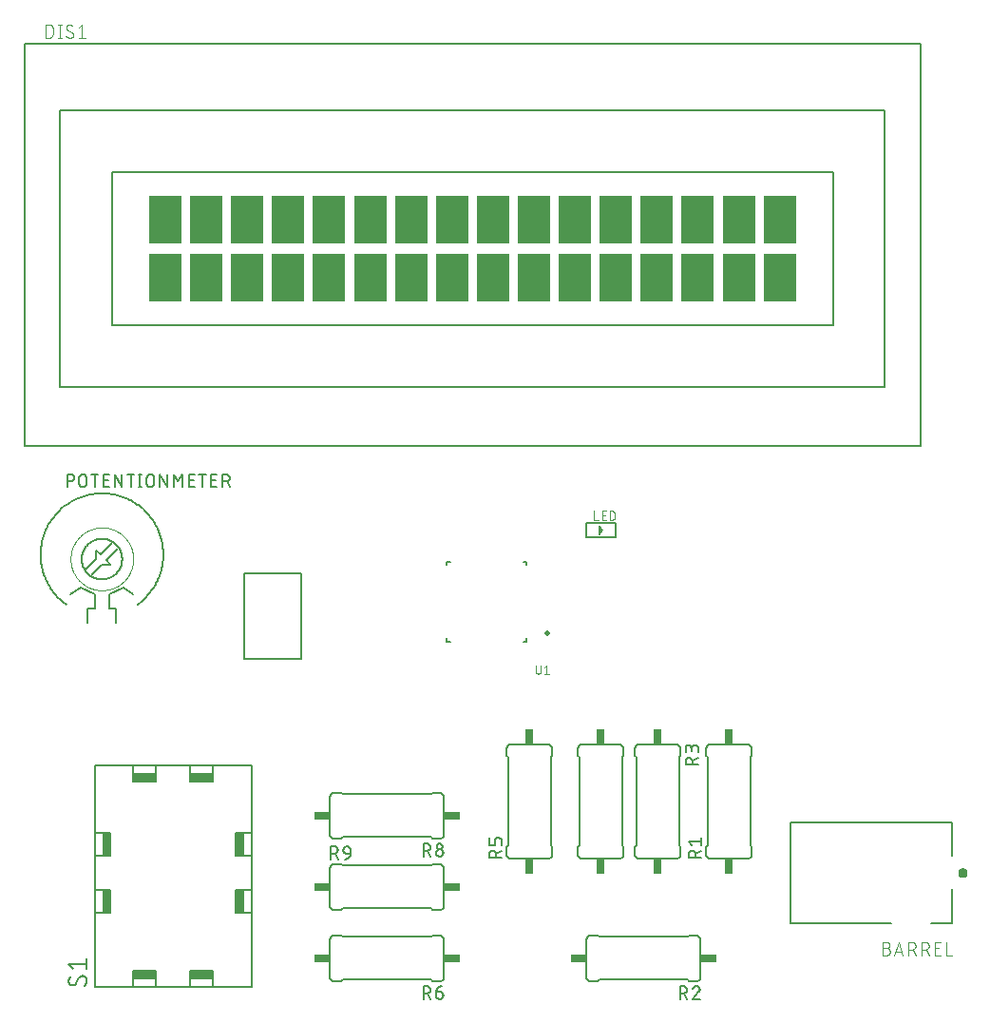
<source format=gbr>
G04 EAGLE Gerber RS-274X export*
G75*
%MOMM*%
%FSLAX34Y34*%
%LPD*%
%INSilkscreen Top*%
%IPPOS*%
%AMOC8*
5,1,8,0,0,1.08239X$1,22.5*%
G01*
%ADD10C,0.127000*%
%ADD11C,0.400000*%
%ADD12C,0.101600*%
%ADD13C,0.152400*%
%ADD14R,0.762000X1.397000*%
%ADD15R,1.397000X0.762000*%
%ADD16R,0.762000X2.032000*%
%ADD17R,2.032000X0.762000*%
%ADD18C,0.177800*%
%ADD19C,0.508000*%
%ADD20C,0.076200*%
%ADD21C,0.203200*%
%ADD22R,2.950000X4.350000*%
%ADD23C,0.050800*%


D10*
X728100Y-19600D02*
X728100Y70400D01*
X872100Y70400D01*
X872100Y-19600D02*
X853600Y-19600D01*
X872100Y40900D02*
X872100Y70400D01*
X817600Y-19600D02*
X728100Y-19600D01*
X872100Y-19600D02*
X872100Y10900D01*
D11*
X879100Y25400D02*
X879102Y25489D01*
X879108Y25578D01*
X879118Y25667D01*
X879132Y25755D01*
X879149Y25842D01*
X879171Y25928D01*
X879197Y26014D01*
X879226Y26098D01*
X879259Y26181D01*
X879295Y26262D01*
X879336Y26342D01*
X879379Y26419D01*
X879426Y26495D01*
X879477Y26568D01*
X879530Y26639D01*
X879587Y26708D01*
X879647Y26774D01*
X879710Y26838D01*
X879775Y26898D01*
X879843Y26956D01*
X879914Y27010D01*
X879987Y27061D01*
X880062Y27109D01*
X880139Y27154D01*
X880218Y27195D01*
X880299Y27232D01*
X880381Y27266D01*
X880465Y27297D01*
X880550Y27323D01*
X880636Y27346D01*
X880723Y27364D01*
X880811Y27379D01*
X880900Y27390D01*
X880989Y27397D01*
X881078Y27400D01*
X881167Y27399D01*
X881256Y27394D01*
X881344Y27385D01*
X881433Y27372D01*
X881520Y27355D01*
X881607Y27335D01*
X881693Y27310D01*
X881777Y27282D01*
X881860Y27250D01*
X881942Y27214D01*
X882022Y27175D01*
X882100Y27132D01*
X882176Y27086D01*
X882250Y27036D01*
X882322Y26983D01*
X882391Y26927D01*
X882458Y26868D01*
X882522Y26806D01*
X882583Y26742D01*
X882642Y26674D01*
X882697Y26604D01*
X882749Y26532D01*
X882798Y26457D01*
X882843Y26381D01*
X882885Y26302D01*
X882923Y26222D01*
X882958Y26140D01*
X882989Y26056D01*
X883017Y25971D01*
X883040Y25885D01*
X883060Y25798D01*
X883076Y25711D01*
X883088Y25622D01*
X883096Y25534D01*
X883100Y25445D01*
X883100Y25355D01*
X883096Y25266D01*
X883088Y25178D01*
X883076Y25089D01*
X883060Y25002D01*
X883040Y24915D01*
X883017Y24829D01*
X882989Y24744D01*
X882958Y24660D01*
X882923Y24578D01*
X882885Y24498D01*
X882843Y24419D01*
X882798Y24343D01*
X882749Y24268D01*
X882697Y24196D01*
X882642Y24126D01*
X882583Y24058D01*
X882522Y23994D01*
X882458Y23932D01*
X882391Y23873D01*
X882322Y23817D01*
X882250Y23764D01*
X882176Y23714D01*
X882100Y23668D01*
X882022Y23625D01*
X881942Y23586D01*
X881860Y23550D01*
X881777Y23518D01*
X881693Y23490D01*
X881607Y23465D01*
X881520Y23445D01*
X881433Y23428D01*
X881344Y23415D01*
X881256Y23406D01*
X881167Y23401D01*
X881078Y23400D01*
X880989Y23403D01*
X880900Y23410D01*
X880811Y23421D01*
X880723Y23436D01*
X880636Y23454D01*
X880550Y23477D01*
X880465Y23503D01*
X880381Y23534D01*
X880299Y23568D01*
X880218Y23605D01*
X880139Y23646D01*
X880062Y23691D01*
X879987Y23739D01*
X879914Y23790D01*
X879843Y23844D01*
X879775Y23902D01*
X879710Y23962D01*
X879647Y24026D01*
X879587Y24092D01*
X879530Y24161D01*
X879477Y24232D01*
X879426Y24305D01*
X879379Y24381D01*
X879336Y24458D01*
X879295Y24538D01*
X879259Y24619D01*
X879226Y24702D01*
X879197Y24786D01*
X879171Y24872D01*
X879149Y24958D01*
X879132Y25045D01*
X879118Y25133D01*
X879108Y25222D01*
X879102Y25311D01*
X879100Y25400D01*
D12*
X813320Y-41682D02*
X810070Y-41682D01*
X813320Y-41682D02*
X813432Y-41684D01*
X813544Y-41690D01*
X813656Y-41699D01*
X813767Y-41713D01*
X813878Y-41730D01*
X813988Y-41751D01*
X814098Y-41776D01*
X814206Y-41805D01*
X814314Y-41838D01*
X814420Y-41874D01*
X814525Y-41914D01*
X814628Y-41957D01*
X814730Y-42004D01*
X814830Y-42054D01*
X814929Y-42108D01*
X815025Y-42165D01*
X815120Y-42226D01*
X815212Y-42290D01*
X815302Y-42356D01*
X815390Y-42426D01*
X815475Y-42499D01*
X815558Y-42575D01*
X815638Y-42654D01*
X815715Y-42735D01*
X815789Y-42819D01*
X815861Y-42906D01*
X815929Y-42995D01*
X815995Y-43086D01*
X816057Y-43179D01*
X816116Y-43275D01*
X816171Y-43372D01*
X816223Y-43472D01*
X816272Y-43573D01*
X816317Y-43675D01*
X816359Y-43780D01*
X816397Y-43885D01*
X816431Y-43992D01*
X816462Y-44100D01*
X816489Y-44209D01*
X816512Y-44319D01*
X816531Y-44429D01*
X816546Y-44540D01*
X816558Y-44652D01*
X816566Y-44764D01*
X816570Y-44876D01*
X816570Y-44988D01*
X816566Y-45100D01*
X816558Y-45212D01*
X816546Y-45324D01*
X816531Y-45435D01*
X816512Y-45545D01*
X816489Y-45655D01*
X816462Y-45764D01*
X816431Y-45872D01*
X816397Y-45979D01*
X816359Y-46084D01*
X816317Y-46189D01*
X816272Y-46291D01*
X816223Y-46392D01*
X816171Y-46492D01*
X816116Y-46589D01*
X816057Y-46685D01*
X815995Y-46778D01*
X815929Y-46869D01*
X815861Y-46958D01*
X815789Y-47045D01*
X815715Y-47129D01*
X815638Y-47210D01*
X815558Y-47289D01*
X815475Y-47365D01*
X815390Y-47438D01*
X815302Y-47508D01*
X815212Y-47574D01*
X815120Y-47638D01*
X815025Y-47699D01*
X814929Y-47756D01*
X814830Y-47810D01*
X814730Y-47860D01*
X814628Y-47907D01*
X814525Y-47950D01*
X814420Y-47990D01*
X814314Y-48026D01*
X814206Y-48059D01*
X814098Y-48088D01*
X813988Y-48113D01*
X813878Y-48134D01*
X813767Y-48151D01*
X813656Y-48165D01*
X813544Y-48174D01*
X813432Y-48180D01*
X813320Y-48182D01*
X810070Y-48182D01*
X810070Y-36482D01*
X813320Y-36482D01*
X813421Y-36484D01*
X813521Y-36490D01*
X813622Y-36500D01*
X813722Y-36513D01*
X813821Y-36531D01*
X813920Y-36552D01*
X814017Y-36577D01*
X814114Y-36606D01*
X814209Y-36639D01*
X814303Y-36675D01*
X814396Y-36715D01*
X814487Y-36759D01*
X814576Y-36806D01*
X814663Y-36856D01*
X814749Y-36910D01*
X814832Y-36967D01*
X814913Y-37027D01*
X814991Y-37090D01*
X815067Y-37157D01*
X815141Y-37226D01*
X815211Y-37298D01*
X815279Y-37372D01*
X815344Y-37450D01*
X815406Y-37529D01*
X815464Y-37611D01*
X815520Y-37696D01*
X815572Y-37782D01*
X815620Y-37870D01*
X815666Y-37960D01*
X815707Y-38052D01*
X815745Y-38146D01*
X815780Y-38240D01*
X815811Y-38336D01*
X815838Y-38433D01*
X815861Y-38532D01*
X815881Y-38631D01*
X815896Y-38730D01*
X815908Y-38830D01*
X815916Y-38931D01*
X815920Y-39032D01*
X815920Y-39132D01*
X815916Y-39233D01*
X815908Y-39334D01*
X815896Y-39434D01*
X815881Y-39533D01*
X815861Y-39632D01*
X815838Y-39731D01*
X815811Y-39828D01*
X815780Y-39924D01*
X815745Y-40018D01*
X815707Y-40112D01*
X815666Y-40204D01*
X815620Y-40294D01*
X815572Y-40382D01*
X815520Y-40468D01*
X815464Y-40553D01*
X815406Y-40635D01*
X815344Y-40714D01*
X815279Y-40792D01*
X815211Y-40866D01*
X815141Y-40938D01*
X815067Y-41007D01*
X814991Y-41074D01*
X814913Y-41137D01*
X814832Y-41197D01*
X814749Y-41254D01*
X814663Y-41308D01*
X814576Y-41358D01*
X814487Y-41405D01*
X814396Y-41449D01*
X814303Y-41489D01*
X814209Y-41525D01*
X814114Y-41558D01*
X814017Y-41587D01*
X813920Y-41612D01*
X813821Y-41633D01*
X813722Y-41651D01*
X813622Y-41664D01*
X813521Y-41674D01*
X813421Y-41680D01*
X813320Y-41682D01*
X820313Y-48182D02*
X824213Y-36482D01*
X828113Y-48182D01*
X827138Y-45257D02*
X821288Y-45257D01*
X832862Y-48182D02*
X832862Y-36482D01*
X836112Y-36482D01*
X836224Y-36484D01*
X836336Y-36490D01*
X836448Y-36499D01*
X836559Y-36513D01*
X836670Y-36530D01*
X836780Y-36551D01*
X836890Y-36576D01*
X836998Y-36605D01*
X837106Y-36638D01*
X837212Y-36674D01*
X837317Y-36714D01*
X837420Y-36757D01*
X837522Y-36804D01*
X837622Y-36854D01*
X837721Y-36908D01*
X837817Y-36965D01*
X837912Y-37026D01*
X838004Y-37090D01*
X838094Y-37156D01*
X838182Y-37226D01*
X838267Y-37299D01*
X838350Y-37375D01*
X838430Y-37454D01*
X838507Y-37535D01*
X838581Y-37619D01*
X838653Y-37706D01*
X838721Y-37795D01*
X838787Y-37886D01*
X838849Y-37979D01*
X838908Y-38075D01*
X838963Y-38172D01*
X839015Y-38272D01*
X839064Y-38373D01*
X839109Y-38475D01*
X839151Y-38580D01*
X839189Y-38685D01*
X839223Y-38792D01*
X839254Y-38900D01*
X839281Y-39009D01*
X839304Y-39119D01*
X839323Y-39229D01*
X839338Y-39340D01*
X839350Y-39452D01*
X839358Y-39564D01*
X839362Y-39676D01*
X839362Y-39788D01*
X839358Y-39900D01*
X839350Y-40012D01*
X839338Y-40124D01*
X839323Y-40235D01*
X839304Y-40345D01*
X839281Y-40455D01*
X839254Y-40564D01*
X839223Y-40672D01*
X839189Y-40779D01*
X839151Y-40884D01*
X839109Y-40989D01*
X839064Y-41091D01*
X839015Y-41192D01*
X838963Y-41292D01*
X838908Y-41389D01*
X838849Y-41485D01*
X838787Y-41578D01*
X838721Y-41669D01*
X838653Y-41758D01*
X838581Y-41845D01*
X838507Y-41929D01*
X838430Y-42010D01*
X838350Y-42089D01*
X838267Y-42165D01*
X838182Y-42238D01*
X838094Y-42308D01*
X838004Y-42374D01*
X837912Y-42438D01*
X837817Y-42499D01*
X837721Y-42556D01*
X837622Y-42610D01*
X837522Y-42660D01*
X837420Y-42707D01*
X837317Y-42750D01*
X837212Y-42790D01*
X837106Y-42826D01*
X836998Y-42859D01*
X836890Y-42888D01*
X836780Y-42913D01*
X836670Y-42934D01*
X836559Y-42951D01*
X836448Y-42965D01*
X836336Y-42974D01*
X836224Y-42980D01*
X836112Y-42982D01*
X832862Y-42982D01*
X836762Y-42982D02*
X839362Y-48182D01*
X844687Y-48182D02*
X844687Y-36482D01*
X847937Y-36482D01*
X848049Y-36484D01*
X848161Y-36490D01*
X848273Y-36499D01*
X848384Y-36513D01*
X848495Y-36530D01*
X848605Y-36551D01*
X848715Y-36576D01*
X848823Y-36605D01*
X848931Y-36638D01*
X849037Y-36674D01*
X849142Y-36714D01*
X849245Y-36757D01*
X849347Y-36804D01*
X849447Y-36854D01*
X849546Y-36908D01*
X849642Y-36965D01*
X849737Y-37026D01*
X849829Y-37090D01*
X849919Y-37156D01*
X850007Y-37226D01*
X850092Y-37299D01*
X850175Y-37375D01*
X850255Y-37454D01*
X850332Y-37535D01*
X850406Y-37619D01*
X850478Y-37706D01*
X850546Y-37795D01*
X850612Y-37886D01*
X850674Y-37979D01*
X850733Y-38075D01*
X850788Y-38172D01*
X850840Y-38272D01*
X850889Y-38373D01*
X850934Y-38475D01*
X850976Y-38580D01*
X851014Y-38685D01*
X851048Y-38792D01*
X851079Y-38900D01*
X851106Y-39009D01*
X851129Y-39119D01*
X851148Y-39229D01*
X851163Y-39340D01*
X851175Y-39452D01*
X851183Y-39564D01*
X851187Y-39676D01*
X851187Y-39788D01*
X851183Y-39900D01*
X851175Y-40012D01*
X851163Y-40124D01*
X851148Y-40235D01*
X851129Y-40345D01*
X851106Y-40455D01*
X851079Y-40564D01*
X851048Y-40672D01*
X851014Y-40779D01*
X850976Y-40884D01*
X850934Y-40989D01*
X850889Y-41091D01*
X850840Y-41192D01*
X850788Y-41292D01*
X850733Y-41389D01*
X850674Y-41485D01*
X850612Y-41578D01*
X850546Y-41669D01*
X850478Y-41758D01*
X850406Y-41845D01*
X850332Y-41929D01*
X850255Y-42010D01*
X850175Y-42089D01*
X850092Y-42165D01*
X850007Y-42238D01*
X849919Y-42308D01*
X849829Y-42374D01*
X849737Y-42438D01*
X849642Y-42499D01*
X849546Y-42556D01*
X849447Y-42610D01*
X849347Y-42660D01*
X849245Y-42707D01*
X849142Y-42750D01*
X849037Y-42790D01*
X848931Y-42826D01*
X848823Y-42859D01*
X848715Y-42888D01*
X848605Y-42913D01*
X848495Y-42934D01*
X848384Y-42951D01*
X848273Y-42965D01*
X848161Y-42974D01*
X848049Y-42980D01*
X847937Y-42982D01*
X844687Y-42982D01*
X848587Y-42982D02*
X851187Y-48182D01*
X856461Y-48182D02*
X861661Y-48182D01*
X856461Y-48182D02*
X856461Y-36482D01*
X861661Y-36482D01*
X860361Y-41682D02*
X856461Y-41682D01*
X866379Y-36482D02*
X866379Y-48182D01*
X871579Y-48182D01*
D13*
X689610Y139700D02*
X656590Y139700D01*
X656468Y139698D01*
X656346Y139692D01*
X656224Y139682D01*
X656103Y139669D01*
X655982Y139651D01*
X655862Y139630D01*
X655742Y139604D01*
X655624Y139575D01*
X655506Y139543D01*
X655389Y139506D01*
X655274Y139466D01*
X655160Y139422D01*
X655048Y139374D01*
X654937Y139323D01*
X654828Y139268D01*
X654720Y139210D01*
X654615Y139148D01*
X654512Y139083D01*
X654410Y139015D01*
X654311Y138943D01*
X654215Y138869D01*
X654120Y138791D01*
X654029Y138710D01*
X653939Y138627D01*
X653853Y138541D01*
X653770Y138451D01*
X653689Y138360D01*
X653611Y138265D01*
X653537Y138169D01*
X653465Y138070D01*
X653397Y137968D01*
X653332Y137865D01*
X653270Y137760D01*
X653212Y137652D01*
X653157Y137543D01*
X653106Y137432D01*
X653058Y137320D01*
X653014Y137206D01*
X652974Y137091D01*
X652937Y136974D01*
X652905Y136856D01*
X652876Y136738D01*
X652850Y136618D01*
X652829Y136498D01*
X652811Y136377D01*
X652798Y136256D01*
X652788Y136134D01*
X652782Y136012D01*
X652780Y135890D01*
X693420Y41910D02*
X693418Y41788D01*
X693412Y41666D01*
X693402Y41544D01*
X693389Y41423D01*
X693371Y41302D01*
X693350Y41182D01*
X693324Y41062D01*
X693295Y40944D01*
X693263Y40826D01*
X693226Y40709D01*
X693186Y40594D01*
X693142Y40480D01*
X693094Y40368D01*
X693043Y40257D01*
X692988Y40148D01*
X692930Y40040D01*
X692868Y39935D01*
X692803Y39832D01*
X692735Y39730D01*
X692663Y39631D01*
X692589Y39535D01*
X692511Y39440D01*
X692430Y39349D01*
X692347Y39259D01*
X692261Y39173D01*
X692171Y39090D01*
X692080Y39009D01*
X691985Y38931D01*
X691889Y38857D01*
X691790Y38785D01*
X691688Y38717D01*
X691585Y38652D01*
X691480Y38590D01*
X691372Y38532D01*
X691263Y38477D01*
X691152Y38426D01*
X691040Y38378D01*
X690926Y38334D01*
X690811Y38294D01*
X690694Y38257D01*
X690576Y38225D01*
X690458Y38196D01*
X690338Y38170D01*
X690218Y38149D01*
X690097Y38131D01*
X689976Y38118D01*
X689854Y38108D01*
X689732Y38102D01*
X689610Y38100D01*
X693420Y135890D02*
X693418Y136012D01*
X693412Y136134D01*
X693402Y136256D01*
X693389Y136377D01*
X693371Y136498D01*
X693350Y136618D01*
X693324Y136738D01*
X693295Y136856D01*
X693263Y136974D01*
X693226Y137091D01*
X693186Y137206D01*
X693142Y137320D01*
X693094Y137432D01*
X693043Y137543D01*
X692988Y137652D01*
X692930Y137760D01*
X692868Y137865D01*
X692803Y137968D01*
X692735Y138070D01*
X692663Y138169D01*
X692589Y138265D01*
X692511Y138360D01*
X692430Y138451D01*
X692347Y138541D01*
X692261Y138627D01*
X692171Y138710D01*
X692080Y138791D01*
X691985Y138869D01*
X691889Y138943D01*
X691790Y139015D01*
X691688Y139083D01*
X691585Y139148D01*
X691480Y139210D01*
X691372Y139268D01*
X691263Y139323D01*
X691152Y139374D01*
X691040Y139422D01*
X690926Y139466D01*
X690811Y139506D01*
X690694Y139543D01*
X690576Y139575D01*
X690458Y139604D01*
X690338Y139630D01*
X690218Y139651D01*
X690097Y139669D01*
X689976Y139682D01*
X689854Y139692D01*
X689732Y139698D01*
X689610Y139700D01*
X652780Y41910D02*
X652782Y41788D01*
X652788Y41666D01*
X652798Y41544D01*
X652811Y41423D01*
X652829Y41302D01*
X652850Y41182D01*
X652876Y41062D01*
X652905Y40944D01*
X652937Y40826D01*
X652974Y40709D01*
X653014Y40594D01*
X653058Y40480D01*
X653106Y40368D01*
X653157Y40257D01*
X653212Y40148D01*
X653270Y40040D01*
X653332Y39935D01*
X653397Y39832D01*
X653465Y39730D01*
X653537Y39631D01*
X653611Y39535D01*
X653689Y39440D01*
X653770Y39349D01*
X653853Y39259D01*
X653939Y39173D01*
X654029Y39090D01*
X654120Y39009D01*
X654215Y38931D01*
X654311Y38857D01*
X654410Y38785D01*
X654512Y38717D01*
X654615Y38652D01*
X654720Y38590D01*
X654828Y38532D01*
X654937Y38477D01*
X655048Y38426D01*
X655160Y38378D01*
X655274Y38334D01*
X655389Y38294D01*
X655506Y38257D01*
X655624Y38225D01*
X655742Y38196D01*
X655862Y38170D01*
X655982Y38149D01*
X656103Y38131D01*
X656224Y38118D01*
X656346Y38108D01*
X656468Y38102D01*
X656590Y38100D01*
X652780Y129540D02*
X652780Y135890D01*
X652780Y129540D02*
X654050Y128270D01*
X693420Y129540D02*
X693420Y135890D01*
X693420Y129540D02*
X692150Y128270D01*
X654050Y49530D02*
X652780Y48260D01*
X654050Y49530D02*
X654050Y128270D01*
X692150Y49530D02*
X693420Y48260D01*
X692150Y49530D02*
X692150Y128270D01*
X689610Y38100D02*
X656590Y38100D01*
X652780Y41910D02*
X652780Y48260D01*
X693420Y48260D02*
X693420Y41910D01*
D14*
X673100Y146685D03*
X673100Y31115D03*
D10*
X648335Y38735D02*
X636905Y38735D01*
X636905Y41910D01*
X636907Y42021D01*
X636913Y42131D01*
X636922Y42242D01*
X636936Y42352D01*
X636953Y42461D01*
X636974Y42570D01*
X636999Y42678D01*
X637028Y42785D01*
X637060Y42891D01*
X637096Y42996D01*
X637136Y43099D01*
X637179Y43201D01*
X637226Y43302D01*
X637277Y43401D01*
X637330Y43497D01*
X637387Y43592D01*
X637448Y43685D01*
X637511Y43776D01*
X637578Y43865D01*
X637648Y43951D01*
X637721Y44034D01*
X637796Y44116D01*
X637874Y44194D01*
X637956Y44269D01*
X638039Y44342D01*
X638125Y44412D01*
X638214Y44479D01*
X638305Y44542D01*
X638398Y44603D01*
X638493Y44660D01*
X638589Y44713D01*
X638688Y44764D01*
X638789Y44811D01*
X638891Y44854D01*
X638994Y44894D01*
X639099Y44930D01*
X639205Y44962D01*
X639312Y44991D01*
X639420Y45016D01*
X639529Y45037D01*
X639638Y45054D01*
X639748Y45068D01*
X639859Y45077D01*
X639969Y45083D01*
X640080Y45085D01*
X640191Y45083D01*
X640301Y45077D01*
X640412Y45068D01*
X640522Y45054D01*
X640631Y45037D01*
X640740Y45016D01*
X640848Y44991D01*
X640955Y44962D01*
X641061Y44930D01*
X641166Y44894D01*
X641269Y44854D01*
X641371Y44811D01*
X641472Y44764D01*
X641571Y44713D01*
X641668Y44660D01*
X641762Y44603D01*
X641855Y44542D01*
X641946Y44479D01*
X642035Y44412D01*
X642121Y44342D01*
X642204Y44269D01*
X642286Y44194D01*
X642364Y44116D01*
X642439Y44034D01*
X642512Y43951D01*
X642582Y43865D01*
X642649Y43776D01*
X642712Y43685D01*
X642773Y43592D01*
X642830Y43498D01*
X642883Y43401D01*
X642934Y43302D01*
X642981Y43201D01*
X643024Y43099D01*
X643064Y42996D01*
X643100Y42891D01*
X643132Y42785D01*
X643161Y42678D01*
X643186Y42570D01*
X643207Y42461D01*
X643224Y42352D01*
X643238Y42242D01*
X643247Y42131D01*
X643253Y42021D01*
X643255Y41910D01*
X643255Y38735D01*
X643255Y42545D02*
X648335Y45085D01*
X639445Y50082D02*
X636905Y53257D01*
X648335Y53257D01*
X648335Y50082D02*
X648335Y56432D01*
D13*
X546100Y-34290D02*
X546100Y-67310D01*
X546102Y-67432D01*
X546108Y-67554D01*
X546118Y-67676D01*
X546131Y-67797D01*
X546149Y-67918D01*
X546170Y-68038D01*
X546196Y-68158D01*
X546225Y-68276D01*
X546257Y-68394D01*
X546294Y-68511D01*
X546334Y-68626D01*
X546378Y-68740D01*
X546426Y-68852D01*
X546477Y-68963D01*
X546532Y-69072D01*
X546590Y-69180D01*
X546652Y-69285D01*
X546717Y-69388D01*
X546785Y-69490D01*
X546857Y-69589D01*
X546931Y-69685D01*
X547009Y-69780D01*
X547090Y-69871D01*
X547173Y-69961D01*
X547259Y-70047D01*
X547349Y-70130D01*
X547440Y-70211D01*
X547535Y-70289D01*
X547631Y-70363D01*
X547730Y-70435D01*
X547832Y-70503D01*
X547935Y-70568D01*
X548040Y-70630D01*
X548148Y-70688D01*
X548257Y-70743D01*
X548368Y-70794D01*
X548480Y-70842D01*
X548594Y-70886D01*
X548709Y-70926D01*
X548826Y-70963D01*
X548944Y-70995D01*
X549062Y-71024D01*
X549182Y-71050D01*
X549302Y-71071D01*
X549423Y-71089D01*
X549544Y-71102D01*
X549666Y-71112D01*
X549788Y-71118D01*
X549910Y-71120D01*
X643890Y-30480D02*
X644012Y-30482D01*
X644134Y-30488D01*
X644256Y-30498D01*
X644377Y-30511D01*
X644498Y-30529D01*
X644618Y-30550D01*
X644738Y-30576D01*
X644856Y-30605D01*
X644974Y-30637D01*
X645091Y-30674D01*
X645206Y-30714D01*
X645320Y-30758D01*
X645432Y-30806D01*
X645543Y-30857D01*
X645652Y-30912D01*
X645760Y-30970D01*
X645865Y-31032D01*
X645968Y-31097D01*
X646070Y-31165D01*
X646169Y-31237D01*
X646265Y-31311D01*
X646360Y-31389D01*
X646451Y-31470D01*
X646541Y-31553D01*
X646627Y-31639D01*
X646710Y-31729D01*
X646791Y-31820D01*
X646869Y-31915D01*
X646943Y-32011D01*
X647015Y-32110D01*
X647083Y-32212D01*
X647148Y-32315D01*
X647210Y-32420D01*
X647268Y-32528D01*
X647323Y-32637D01*
X647374Y-32748D01*
X647422Y-32860D01*
X647466Y-32974D01*
X647506Y-33089D01*
X647543Y-33206D01*
X647575Y-33324D01*
X647604Y-33442D01*
X647630Y-33562D01*
X647651Y-33682D01*
X647669Y-33803D01*
X647682Y-33924D01*
X647692Y-34046D01*
X647698Y-34168D01*
X647700Y-34290D01*
X549910Y-30480D02*
X549788Y-30482D01*
X549666Y-30488D01*
X549544Y-30498D01*
X549423Y-30511D01*
X549302Y-30529D01*
X549182Y-30550D01*
X549062Y-30576D01*
X548944Y-30605D01*
X548826Y-30637D01*
X548709Y-30674D01*
X548594Y-30714D01*
X548480Y-30758D01*
X548368Y-30806D01*
X548257Y-30857D01*
X548148Y-30912D01*
X548040Y-30970D01*
X547935Y-31032D01*
X547832Y-31097D01*
X547730Y-31165D01*
X547631Y-31237D01*
X547535Y-31311D01*
X547440Y-31389D01*
X547349Y-31470D01*
X547259Y-31553D01*
X547173Y-31639D01*
X547090Y-31729D01*
X547009Y-31820D01*
X546931Y-31915D01*
X546857Y-32011D01*
X546785Y-32110D01*
X546717Y-32212D01*
X546652Y-32315D01*
X546590Y-32420D01*
X546532Y-32528D01*
X546477Y-32637D01*
X546426Y-32748D01*
X546378Y-32860D01*
X546334Y-32974D01*
X546294Y-33089D01*
X546257Y-33206D01*
X546225Y-33324D01*
X546196Y-33442D01*
X546170Y-33562D01*
X546149Y-33682D01*
X546131Y-33803D01*
X546118Y-33924D01*
X546108Y-34046D01*
X546102Y-34168D01*
X546100Y-34290D01*
X643890Y-71120D02*
X644012Y-71118D01*
X644134Y-71112D01*
X644256Y-71102D01*
X644377Y-71089D01*
X644498Y-71071D01*
X644618Y-71050D01*
X644738Y-71024D01*
X644856Y-70995D01*
X644974Y-70963D01*
X645091Y-70926D01*
X645206Y-70886D01*
X645320Y-70842D01*
X645432Y-70794D01*
X645543Y-70743D01*
X645652Y-70688D01*
X645760Y-70630D01*
X645865Y-70568D01*
X645968Y-70503D01*
X646070Y-70435D01*
X646169Y-70363D01*
X646265Y-70289D01*
X646360Y-70211D01*
X646451Y-70130D01*
X646541Y-70047D01*
X646627Y-69961D01*
X646710Y-69871D01*
X646791Y-69780D01*
X646869Y-69685D01*
X646943Y-69589D01*
X647015Y-69490D01*
X647083Y-69388D01*
X647148Y-69285D01*
X647210Y-69180D01*
X647268Y-69072D01*
X647323Y-68963D01*
X647374Y-68852D01*
X647422Y-68740D01*
X647466Y-68626D01*
X647506Y-68511D01*
X647543Y-68394D01*
X647575Y-68276D01*
X647604Y-68158D01*
X647630Y-68038D01*
X647651Y-67918D01*
X647669Y-67797D01*
X647682Y-67676D01*
X647692Y-67554D01*
X647698Y-67432D01*
X647700Y-67310D01*
X556260Y-71120D02*
X549910Y-71120D01*
X556260Y-71120D02*
X557530Y-69850D01*
X556260Y-30480D02*
X549910Y-30480D01*
X556260Y-30480D02*
X557530Y-31750D01*
X636270Y-69850D02*
X637540Y-71120D01*
X636270Y-69850D02*
X557530Y-69850D01*
X636270Y-31750D02*
X637540Y-30480D01*
X636270Y-31750D02*
X557530Y-31750D01*
X647700Y-34290D02*
X647700Y-67310D01*
X643890Y-71120D02*
X637540Y-71120D01*
X637540Y-30480D02*
X643890Y-30480D01*
D15*
X539115Y-50800D03*
X654685Y-50800D03*
D10*
X629368Y-75565D02*
X629368Y-86995D01*
X629368Y-75565D02*
X632543Y-75565D01*
X632654Y-75567D01*
X632764Y-75573D01*
X632875Y-75582D01*
X632985Y-75596D01*
X633094Y-75613D01*
X633203Y-75634D01*
X633311Y-75659D01*
X633418Y-75688D01*
X633524Y-75720D01*
X633629Y-75756D01*
X633732Y-75796D01*
X633834Y-75839D01*
X633935Y-75886D01*
X634034Y-75937D01*
X634131Y-75990D01*
X634225Y-76047D01*
X634318Y-76108D01*
X634409Y-76171D01*
X634498Y-76238D01*
X634584Y-76308D01*
X634667Y-76381D01*
X634749Y-76456D01*
X634827Y-76534D01*
X634902Y-76616D01*
X634975Y-76699D01*
X635045Y-76785D01*
X635112Y-76874D01*
X635175Y-76965D01*
X635236Y-77058D01*
X635293Y-77153D01*
X635346Y-77249D01*
X635397Y-77348D01*
X635444Y-77449D01*
X635487Y-77551D01*
X635527Y-77654D01*
X635563Y-77759D01*
X635595Y-77865D01*
X635624Y-77972D01*
X635649Y-78080D01*
X635670Y-78189D01*
X635687Y-78298D01*
X635701Y-78408D01*
X635710Y-78519D01*
X635716Y-78629D01*
X635718Y-78740D01*
X635716Y-78851D01*
X635710Y-78961D01*
X635701Y-79072D01*
X635687Y-79182D01*
X635670Y-79291D01*
X635649Y-79400D01*
X635624Y-79508D01*
X635595Y-79615D01*
X635563Y-79721D01*
X635527Y-79826D01*
X635487Y-79929D01*
X635444Y-80031D01*
X635397Y-80132D01*
X635346Y-80231D01*
X635293Y-80328D01*
X635236Y-80422D01*
X635175Y-80515D01*
X635112Y-80606D01*
X635045Y-80695D01*
X634975Y-80781D01*
X634902Y-80864D01*
X634827Y-80946D01*
X634749Y-81024D01*
X634667Y-81099D01*
X634584Y-81172D01*
X634498Y-81242D01*
X634409Y-81309D01*
X634318Y-81372D01*
X634225Y-81433D01*
X634131Y-81490D01*
X634034Y-81543D01*
X633935Y-81594D01*
X633834Y-81641D01*
X633732Y-81684D01*
X633629Y-81724D01*
X633524Y-81760D01*
X633418Y-81792D01*
X633311Y-81821D01*
X633203Y-81846D01*
X633094Y-81867D01*
X632985Y-81884D01*
X632875Y-81898D01*
X632764Y-81907D01*
X632654Y-81913D01*
X632543Y-81915D01*
X629368Y-81915D01*
X633178Y-81915D02*
X635718Y-86995D01*
X647066Y-78423D02*
X647064Y-78319D01*
X647058Y-78214D01*
X647049Y-78110D01*
X647036Y-78007D01*
X647018Y-77904D01*
X646998Y-77802D01*
X646973Y-77700D01*
X646945Y-77600D01*
X646913Y-77500D01*
X646877Y-77402D01*
X646838Y-77305D01*
X646796Y-77210D01*
X646750Y-77116D01*
X646700Y-77024D01*
X646648Y-76934D01*
X646592Y-76846D01*
X646532Y-76760D01*
X646470Y-76676D01*
X646405Y-76595D01*
X646337Y-76516D01*
X646265Y-76439D01*
X646192Y-76366D01*
X646115Y-76294D01*
X646036Y-76226D01*
X645955Y-76161D01*
X645871Y-76099D01*
X645785Y-76039D01*
X645697Y-75983D01*
X645607Y-75931D01*
X645515Y-75881D01*
X645421Y-75835D01*
X645326Y-75793D01*
X645229Y-75754D01*
X645131Y-75718D01*
X645031Y-75686D01*
X644931Y-75658D01*
X644829Y-75633D01*
X644727Y-75613D01*
X644624Y-75595D01*
X644521Y-75582D01*
X644417Y-75573D01*
X644312Y-75567D01*
X644208Y-75565D01*
X644090Y-75567D01*
X643971Y-75573D01*
X643853Y-75582D01*
X643736Y-75595D01*
X643619Y-75613D01*
X643502Y-75633D01*
X643386Y-75658D01*
X643271Y-75686D01*
X643158Y-75719D01*
X643045Y-75754D01*
X642933Y-75794D01*
X642823Y-75836D01*
X642714Y-75883D01*
X642606Y-75933D01*
X642501Y-75986D01*
X642397Y-76043D01*
X642295Y-76103D01*
X642195Y-76166D01*
X642097Y-76233D01*
X642001Y-76302D01*
X641908Y-76375D01*
X641817Y-76451D01*
X641728Y-76529D01*
X641642Y-76611D01*
X641559Y-76695D01*
X641478Y-76781D01*
X641401Y-76871D01*
X641326Y-76962D01*
X641254Y-77056D01*
X641185Y-77153D01*
X641120Y-77251D01*
X641057Y-77352D01*
X640998Y-77455D01*
X640942Y-77559D01*
X640890Y-77665D01*
X640841Y-77773D01*
X640796Y-77882D01*
X640754Y-77993D01*
X640716Y-78105D01*
X646113Y-80645D02*
X646189Y-80570D01*
X646264Y-80491D01*
X646335Y-80410D01*
X646404Y-80326D01*
X646469Y-80240D01*
X646531Y-80152D01*
X646591Y-80062D01*
X646647Y-79970D01*
X646700Y-79875D01*
X646749Y-79779D01*
X646795Y-79681D01*
X646838Y-79582D01*
X646877Y-79481D01*
X646912Y-79379D01*
X646944Y-79276D01*
X646972Y-79172D01*
X646997Y-79067D01*
X647018Y-78960D01*
X647035Y-78854D01*
X647048Y-78747D01*
X647057Y-78639D01*
X647063Y-78531D01*
X647065Y-78423D01*
X646113Y-80645D02*
X640715Y-86995D01*
X647065Y-86995D01*
D13*
X626110Y38100D02*
X593090Y38100D01*
X626110Y38100D02*
X626232Y38102D01*
X626354Y38108D01*
X626476Y38118D01*
X626597Y38131D01*
X626718Y38149D01*
X626838Y38170D01*
X626958Y38196D01*
X627076Y38225D01*
X627194Y38257D01*
X627311Y38294D01*
X627426Y38334D01*
X627540Y38378D01*
X627652Y38426D01*
X627763Y38477D01*
X627872Y38532D01*
X627980Y38590D01*
X628085Y38652D01*
X628188Y38717D01*
X628290Y38785D01*
X628389Y38857D01*
X628485Y38931D01*
X628580Y39009D01*
X628671Y39090D01*
X628761Y39173D01*
X628847Y39259D01*
X628930Y39349D01*
X629011Y39440D01*
X629089Y39535D01*
X629163Y39631D01*
X629235Y39730D01*
X629303Y39832D01*
X629368Y39935D01*
X629430Y40040D01*
X629488Y40148D01*
X629543Y40257D01*
X629594Y40368D01*
X629642Y40480D01*
X629686Y40594D01*
X629726Y40709D01*
X629763Y40826D01*
X629795Y40944D01*
X629824Y41062D01*
X629850Y41182D01*
X629871Y41302D01*
X629889Y41423D01*
X629902Y41544D01*
X629912Y41666D01*
X629918Y41788D01*
X629920Y41910D01*
X589280Y135890D02*
X589282Y136012D01*
X589288Y136134D01*
X589298Y136256D01*
X589311Y136377D01*
X589329Y136498D01*
X589350Y136618D01*
X589376Y136738D01*
X589405Y136856D01*
X589437Y136974D01*
X589474Y137091D01*
X589514Y137206D01*
X589558Y137320D01*
X589606Y137432D01*
X589657Y137543D01*
X589712Y137652D01*
X589770Y137760D01*
X589832Y137865D01*
X589897Y137968D01*
X589965Y138070D01*
X590037Y138169D01*
X590111Y138265D01*
X590189Y138360D01*
X590270Y138451D01*
X590353Y138541D01*
X590439Y138627D01*
X590529Y138710D01*
X590620Y138791D01*
X590715Y138869D01*
X590811Y138943D01*
X590910Y139015D01*
X591012Y139083D01*
X591115Y139148D01*
X591220Y139210D01*
X591328Y139268D01*
X591437Y139323D01*
X591548Y139374D01*
X591660Y139422D01*
X591774Y139466D01*
X591889Y139506D01*
X592006Y139543D01*
X592124Y139575D01*
X592242Y139604D01*
X592362Y139630D01*
X592482Y139651D01*
X592603Y139669D01*
X592724Y139682D01*
X592846Y139692D01*
X592968Y139698D01*
X593090Y139700D01*
X589280Y41910D02*
X589282Y41788D01*
X589288Y41666D01*
X589298Y41544D01*
X589311Y41423D01*
X589329Y41302D01*
X589350Y41182D01*
X589376Y41062D01*
X589405Y40944D01*
X589437Y40826D01*
X589474Y40709D01*
X589514Y40594D01*
X589558Y40480D01*
X589606Y40368D01*
X589657Y40257D01*
X589712Y40148D01*
X589770Y40040D01*
X589832Y39935D01*
X589897Y39832D01*
X589965Y39730D01*
X590037Y39631D01*
X590111Y39535D01*
X590189Y39440D01*
X590270Y39349D01*
X590353Y39259D01*
X590439Y39173D01*
X590529Y39090D01*
X590620Y39009D01*
X590715Y38931D01*
X590811Y38857D01*
X590910Y38785D01*
X591012Y38717D01*
X591115Y38652D01*
X591220Y38590D01*
X591328Y38532D01*
X591437Y38477D01*
X591548Y38426D01*
X591660Y38378D01*
X591774Y38334D01*
X591889Y38294D01*
X592006Y38257D01*
X592124Y38225D01*
X592242Y38196D01*
X592362Y38170D01*
X592482Y38149D01*
X592603Y38131D01*
X592724Y38118D01*
X592846Y38108D01*
X592968Y38102D01*
X593090Y38100D01*
X629920Y135890D02*
X629918Y136012D01*
X629912Y136134D01*
X629902Y136256D01*
X629889Y136377D01*
X629871Y136498D01*
X629850Y136618D01*
X629824Y136738D01*
X629795Y136856D01*
X629763Y136974D01*
X629726Y137091D01*
X629686Y137206D01*
X629642Y137320D01*
X629594Y137432D01*
X629543Y137543D01*
X629488Y137652D01*
X629430Y137760D01*
X629368Y137865D01*
X629303Y137968D01*
X629235Y138070D01*
X629163Y138169D01*
X629089Y138265D01*
X629011Y138360D01*
X628930Y138451D01*
X628847Y138541D01*
X628761Y138627D01*
X628671Y138710D01*
X628580Y138791D01*
X628485Y138869D01*
X628389Y138943D01*
X628290Y139015D01*
X628188Y139083D01*
X628085Y139148D01*
X627980Y139210D01*
X627872Y139268D01*
X627763Y139323D01*
X627652Y139374D01*
X627540Y139422D01*
X627426Y139466D01*
X627311Y139506D01*
X627194Y139543D01*
X627076Y139575D01*
X626958Y139604D01*
X626838Y139630D01*
X626718Y139651D01*
X626597Y139669D01*
X626476Y139682D01*
X626354Y139692D01*
X626232Y139698D01*
X626110Y139700D01*
X629920Y48260D02*
X629920Y41910D01*
X629920Y48260D02*
X628650Y49530D01*
X589280Y48260D02*
X589280Y41910D01*
X589280Y48260D02*
X590550Y49530D01*
X628650Y128270D02*
X629920Y129540D01*
X628650Y128270D02*
X628650Y49530D01*
X590550Y128270D02*
X589280Y129540D01*
X590550Y128270D02*
X590550Y49530D01*
X593090Y139700D02*
X626110Y139700D01*
X629920Y135890D02*
X629920Y129540D01*
X589280Y129540D02*
X589280Y135890D01*
D14*
X609600Y31115D03*
X609600Y146685D03*
D10*
X634365Y121368D02*
X645795Y121368D01*
X634365Y121368D02*
X634365Y124543D01*
X634367Y124654D01*
X634373Y124764D01*
X634382Y124875D01*
X634396Y124985D01*
X634413Y125094D01*
X634434Y125203D01*
X634459Y125311D01*
X634488Y125418D01*
X634520Y125524D01*
X634556Y125629D01*
X634596Y125732D01*
X634639Y125834D01*
X634686Y125935D01*
X634737Y126034D01*
X634790Y126130D01*
X634847Y126225D01*
X634908Y126318D01*
X634971Y126409D01*
X635038Y126498D01*
X635108Y126584D01*
X635181Y126667D01*
X635256Y126749D01*
X635334Y126827D01*
X635416Y126902D01*
X635499Y126975D01*
X635585Y127045D01*
X635674Y127112D01*
X635765Y127175D01*
X635858Y127236D01*
X635953Y127293D01*
X636049Y127346D01*
X636148Y127397D01*
X636249Y127444D01*
X636351Y127487D01*
X636454Y127527D01*
X636559Y127563D01*
X636665Y127595D01*
X636772Y127624D01*
X636880Y127649D01*
X636989Y127670D01*
X637098Y127687D01*
X637208Y127701D01*
X637319Y127710D01*
X637429Y127716D01*
X637540Y127718D01*
X637651Y127716D01*
X637761Y127710D01*
X637872Y127701D01*
X637982Y127687D01*
X638091Y127670D01*
X638200Y127649D01*
X638308Y127624D01*
X638415Y127595D01*
X638521Y127563D01*
X638626Y127527D01*
X638729Y127487D01*
X638831Y127444D01*
X638932Y127397D01*
X639031Y127346D01*
X639128Y127293D01*
X639222Y127236D01*
X639315Y127175D01*
X639406Y127112D01*
X639495Y127045D01*
X639581Y126975D01*
X639664Y126902D01*
X639746Y126827D01*
X639824Y126749D01*
X639899Y126667D01*
X639972Y126584D01*
X640042Y126498D01*
X640109Y126409D01*
X640172Y126318D01*
X640233Y126225D01*
X640290Y126131D01*
X640343Y126034D01*
X640394Y125935D01*
X640441Y125834D01*
X640484Y125732D01*
X640524Y125629D01*
X640560Y125524D01*
X640592Y125418D01*
X640621Y125311D01*
X640646Y125203D01*
X640667Y125094D01*
X640684Y124985D01*
X640698Y124875D01*
X640707Y124764D01*
X640713Y124654D01*
X640715Y124543D01*
X640715Y121368D01*
X640715Y125178D02*
X645795Y127718D01*
X645795Y132715D02*
X645795Y135890D01*
X645793Y136001D01*
X645787Y136111D01*
X645778Y136222D01*
X645764Y136332D01*
X645747Y136441D01*
X645726Y136550D01*
X645701Y136658D01*
X645672Y136765D01*
X645640Y136871D01*
X645604Y136976D01*
X645564Y137079D01*
X645521Y137181D01*
X645474Y137282D01*
X645423Y137381D01*
X645370Y137478D01*
X645313Y137572D01*
X645252Y137665D01*
X645189Y137756D01*
X645122Y137845D01*
X645052Y137931D01*
X644979Y138014D01*
X644904Y138096D01*
X644826Y138174D01*
X644744Y138249D01*
X644661Y138322D01*
X644575Y138392D01*
X644486Y138459D01*
X644395Y138522D01*
X644302Y138583D01*
X644208Y138640D01*
X644111Y138693D01*
X644012Y138744D01*
X643911Y138791D01*
X643809Y138834D01*
X643706Y138874D01*
X643601Y138910D01*
X643495Y138942D01*
X643388Y138971D01*
X643280Y138996D01*
X643171Y139017D01*
X643062Y139034D01*
X642952Y139048D01*
X642841Y139057D01*
X642731Y139063D01*
X642620Y139065D01*
X642509Y139063D01*
X642399Y139057D01*
X642288Y139048D01*
X642178Y139034D01*
X642069Y139017D01*
X641960Y138996D01*
X641852Y138971D01*
X641745Y138942D01*
X641639Y138910D01*
X641534Y138874D01*
X641431Y138834D01*
X641329Y138791D01*
X641228Y138744D01*
X641129Y138693D01*
X641033Y138640D01*
X640938Y138583D01*
X640845Y138522D01*
X640754Y138459D01*
X640665Y138392D01*
X640579Y138322D01*
X640496Y138249D01*
X640414Y138174D01*
X640336Y138096D01*
X640261Y138014D01*
X640188Y137931D01*
X640118Y137845D01*
X640051Y137756D01*
X639988Y137665D01*
X639927Y137572D01*
X639870Y137478D01*
X639817Y137381D01*
X639766Y137282D01*
X639719Y137181D01*
X639676Y137079D01*
X639636Y136976D01*
X639600Y136871D01*
X639568Y136765D01*
X639539Y136658D01*
X639514Y136550D01*
X639493Y136441D01*
X639476Y136332D01*
X639462Y136222D01*
X639453Y136111D01*
X639447Y136001D01*
X639445Y135890D01*
X634365Y136525D02*
X634365Y132715D01*
X634365Y136525D02*
X634367Y136625D01*
X634373Y136724D01*
X634383Y136824D01*
X634396Y136922D01*
X634414Y137021D01*
X634435Y137118D01*
X634460Y137214D01*
X634489Y137310D01*
X634522Y137404D01*
X634558Y137497D01*
X634598Y137588D01*
X634642Y137678D01*
X634689Y137766D01*
X634739Y137852D01*
X634793Y137936D01*
X634850Y138018D01*
X634910Y138097D01*
X634974Y138175D01*
X635040Y138249D01*
X635109Y138321D01*
X635181Y138390D01*
X635255Y138456D01*
X635333Y138520D01*
X635412Y138580D01*
X635494Y138637D01*
X635578Y138691D01*
X635664Y138741D01*
X635752Y138788D01*
X635842Y138832D01*
X635933Y138872D01*
X636026Y138908D01*
X636120Y138941D01*
X636216Y138970D01*
X636312Y138995D01*
X636409Y139016D01*
X636508Y139034D01*
X636606Y139047D01*
X636706Y139057D01*
X636805Y139063D01*
X636905Y139065D01*
X637005Y139063D01*
X637104Y139057D01*
X637204Y139047D01*
X637302Y139034D01*
X637401Y139016D01*
X637498Y138995D01*
X637594Y138970D01*
X637690Y138941D01*
X637784Y138908D01*
X637877Y138872D01*
X637968Y138832D01*
X638058Y138788D01*
X638146Y138741D01*
X638232Y138691D01*
X638316Y138637D01*
X638398Y138580D01*
X638477Y138520D01*
X638555Y138456D01*
X638629Y138390D01*
X638701Y138321D01*
X638770Y138249D01*
X638836Y138175D01*
X638900Y138097D01*
X638960Y138018D01*
X639017Y137936D01*
X639071Y137852D01*
X639121Y137766D01*
X639168Y137678D01*
X639212Y137588D01*
X639252Y137497D01*
X639288Y137404D01*
X639321Y137310D01*
X639350Y137214D01*
X639375Y137118D01*
X639396Y137021D01*
X639414Y136922D01*
X639427Y136824D01*
X639437Y136724D01*
X639443Y136625D01*
X639445Y136525D01*
X639445Y133985D01*
D13*
X511810Y139700D02*
X478790Y139700D01*
X478668Y139698D01*
X478546Y139692D01*
X478424Y139682D01*
X478303Y139669D01*
X478182Y139651D01*
X478062Y139630D01*
X477942Y139604D01*
X477824Y139575D01*
X477706Y139543D01*
X477589Y139506D01*
X477474Y139466D01*
X477360Y139422D01*
X477248Y139374D01*
X477137Y139323D01*
X477028Y139268D01*
X476920Y139210D01*
X476815Y139148D01*
X476712Y139083D01*
X476610Y139015D01*
X476511Y138943D01*
X476415Y138869D01*
X476320Y138791D01*
X476229Y138710D01*
X476139Y138627D01*
X476053Y138541D01*
X475970Y138451D01*
X475889Y138360D01*
X475811Y138265D01*
X475737Y138169D01*
X475665Y138070D01*
X475597Y137968D01*
X475532Y137865D01*
X475470Y137760D01*
X475412Y137652D01*
X475357Y137543D01*
X475306Y137432D01*
X475258Y137320D01*
X475214Y137206D01*
X475174Y137091D01*
X475137Y136974D01*
X475105Y136856D01*
X475076Y136738D01*
X475050Y136618D01*
X475029Y136498D01*
X475011Y136377D01*
X474998Y136256D01*
X474988Y136134D01*
X474982Y136012D01*
X474980Y135890D01*
X515620Y41910D02*
X515618Y41788D01*
X515612Y41666D01*
X515602Y41544D01*
X515589Y41423D01*
X515571Y41302D01*
X515550Y41182D01*
X515524Y41062D01*
X515495Y40944D01*
X515463Y40826D01*
X515426Y40709D01*
X515386Y40594D01*
X515342Y40480D01*
X515294Y40368D01*
X515243Y40257D01*
X515188Y40148D01*
X515130Y40040D01*
X515068Y39935D01*
X515003Y39832D01*
X514935Y39730D01*
X514863Y39631D01*
X514789Y39535D01*
X514711Y39440D01*
X514630Y39349D01*
X514547Y39259D01*
X514461Y39173D01*
X514371Y39090D01*
X514280Y39009D01*
X514185Y38931D01*
X514089Y38857D01*
X513990Y38785D01*
X513888Y38717D01*
X513785Y38652D01*
X513680Y38590D01*
X513572Y38532D01*
X513463Y38477D01*
X513352Y38426D01*
X513240Y38378D01*
X513126Y38334D01*
X513011Y38294D01*
X512894Y38257D01*
X512776Y38225D01*
X512658Y38196D01*
X512538Y38170D01*
X512418Y38149D01*
X512297Y38131D01*
X512176Y38118D01*
X512054Y38108D01*
X511932Y38102D01*
X511810Y38100D01*
X515620Y135890D02*
X515618Y136012D01*
X515612Y136134D01*
X515602Y136256D01*
X515589Y136377D01*
X515571Y136498D01*
X515550Y136618D01*
X515524Y136738D01*
X515495Y136856D01*
X515463Y136974D01*
X515426Y137091D01*
X515386Y137206D01*
X515342Y137320D01*
X515294Y137432D01*
X515243Y137543D01*
X515188Y137652D01*
X515130Y137760D01*
X515068Y137865D01*
X515003Y137968D01*
X514935Y138070D01*
X514863Y138169D01*
X514789Y138265D01*
X514711Y138360D01*
X514630Y138451D01*
X514547Y138541D01*
X514461Y138627D01*
X514371Y138710D01*
X514280Y138791D01*
X514185Y138869D01*
X514089Y138943D01*
X513990Y139015D01*
X513888Y139083D01*
X513785Y139148D01*
X513680Y139210D01*
X513572Y139268D01*
X513463Y139323D01*
X513352Y139374D01*
X513240Y139422D01*
X513126Y139466D01*
X513011Y139506D01*
X512894Y139543D01*
X512776Y139575D01*
X512658Y139604D01*
X512538Y139630D01*
X512418Y139651D01*
X512297Y139669D01*
X512176Y139682D01*
X512054Y139692D01*
X511932Y139698D01*
X511810Y139700D01*
X474980Y41910D02*
X474982Y41788D01*
X474988Y41666D01*
X474998Y41544D01*
X475011Y41423D01*
X475029Y41302D01*
X475050Y41182D01*
X475076Y41062D01*
X475105Y40944D01*
X475137Y40826D01*
X475174Y40709D01*
X475214Y40594D01*
X475258Y40480D01*
X475306Y40368D01*
X475357Y40257D01*
X475412Y40148D01*
X475470Y40040D01*
X475532Y39935D01*
X475597Y39832D01*
X475665Y39730D01*
X475737Y39631D01*
X475811Y39535D01*
X475889Y39440D01*
X475970Y39349D01*
X476053Y39259D01*
X476139Y39173D01*
X476229Y39090D01*
X476320Y39009D01*
X476415Y38931D01*
X476511Y38857D01*
X476610Y38785D01*
X476712Y38717D01*
X476815Y38652D01*
X476920Y38590D01*
X477028Y38532D01*
X477137Y38477D01*
X477248Y38426D01*
X477360Y38378D01*
X477474Y38334D01*
X477589Y38294D01*
X477706Y38257D01*
X477824Y38225D01*
X477942Y38196D01*
X478062Y38170D01*
X478182Y38149D01*
X478303Y38131D01*
X478424Y38118D01*
X478546Y38108D01*
X478668Y38102D01*
X478790Y38100D01*
X474980Y129540D02*
X474980Y135890D01*
X474980Y129540D02*
X476250Y128270D01*
X515620Y129540D02*
X515620Y135890D01*
X515620Y129540D02*
X514350Y128270D01*
X476250Y49530D02*
X474980Y48260D01*
X476250Y49530D02*
X476250Y128270D01*
X514350Y49530D02*
X515620Y48260D01*
X514350Y49530D02*
X514350Y128270D01*
X511810Y38100D02*
X478790Y38100D01*
X474980Y41910D02*
X474980Y48260D01*
X515620Y48260D02*
X515620Y41910D01*
D14*
X495300Y146685D03*
X495300Y31115D03*
D10*
X470535Y38735D02*
X459105Y38735D01*
X459105Y41910D01*
X459107Y42021D01*
X459113Y42131D01*
X459122Y42242D01*
X459136Y42352D01*
X459153Y42461D01*
X459174Y42570D01*
X459199Y42678D01*
X459228Y42785D01*
X459260Y42891D01*
X459296Y42996D01*
X459336Y43099D01*
X459379Y43201D01*
X459426Y43302D01*
X459477Y43401D01*
X459530Y43497D01*
X459587Y43592D01*
X459648Y43685D01*
X459711Y43776D01*
X459778Y43865D01*
X459848Y43951D01*
X459921Y44034D01*
X459996Y44116D01*
X460074Y44194D01*
X460156Y44269D01*
X460239Y44342D01*
X460325Y44412D01*
X460414Y44479D01*
X460505Y44542D01*
X460598Y44603D01*
X460693Y44660D01*
X460789Y44713D01*
X460888Y44764D01*
X460989Y44811D01*
X461091Y44854D01*
X461194Y44894D01*
X461299Y44930D01*
X461405Y44962D01*
X461512Y44991D01*
X461620Y45016D01*
X461729Y45037D01*
X461838Y45054D01*
X461948Y45068D01*
X462059Y45077D01*
X462169Y45083D01*
X462280Y45085D01*
X462391Y45083D01*
X462501Y45077D01*
X462612Y45068D01*
X462722Y45054D01*
X462831Y45037D01*
X462940Y45016D01*
X463048Y44991D01*
X463155Y44962D01*
X463261Y44930D01*
X463366Y44894D01*
X463469Y44854D01*
X463571Y44811D01*
X463672Y44764D01*
X463771Y44713D01*
X463868Y44660D01*
X463962Y44603D01*
X464055Y44542D01*
X464146Y44479D01*
X464235Y44412D01*
X464321Y44342D01*
X464404Y44269D01*
X464486Y44194D01*
X464564Y44116D01*
X464639Y44034D01*
X464712Y43951D01*
X464782Y43865D01*
X464849Y43776D01*
X464912Y43685D01*
X464973Y43592D01*
X465030Y43498D01*
X465083Y43401D01*
X465134Y43302D01*
X465181Y43201D01*
X465224Y43099D01*
X465264Y42996D01*
X465300Y42891D01*
X465332Y42785D01*
X465361Y42678D01*
X465386Y42570D01*
X465407Y42461D01*
X465424Y42352D01*
X465438Y42242D01*
X465447Y42131D01*
X465453Y42021D01*
X465455Y41910D01*
X465455Y38735D01*
X465455Y42545D02*
X470535Y45085D01*
X470535Y50082D02*
X470535Y53892D01*
X470533Y53992D01*
X470527Y54091D01*
X470517Y54191D01*
X470504Y54289D01*
X470486Y54388D01*
X470465Y54485D01*
X470440Y54581D01*
X470411Y54677D01*
X470378Y54771D01*
X470342Y54864D01*
X470302Y54955D01*
X470258Y55045D01*
X470211Y55133D01*
X470161Y55219D01*
X470107Y55303D01*
X470050Y55385D01*
X469990Y55464D01*
X469926Y55542D01*
X469860Y55616D01*
X469791Y55688D01*
X469719Y55757D01*
X469645Y55823D01*
X469567Y55887D01*
X469488Y55947D01*
X469406Y56004D01*
X469322Y56058D01*
X469236Y56108D01*
X469148Y56155D01*
X469058Y56199D01*
X468967Y56239D01*
X468874Y56275D01*
X468780Y56308D01*
X468684Y56337D01*
X468588Y56362D01*
X468491Y56383D01*
X468392Y56401D01*
X468294Y56414D01*
X468194Y56424D01*
X468095Y56430D01*
X467995Y56432D01*
X466725Y56432D01*
X466625Y56430D01*
X466526Y56424D01*
X466426Y56414D01*
X466328Y56401D01*
X466229Y56383D01*
X466132Y56362D01*
X466036Y56337D01*
X465940Y56308D01*
X465846Y56275D01*
X465753Y56239D01*
X465662Y56199D01*
X465572Y56155D01*
X465484Y56108D01*
X465398Y56058D01*
X465314Y56004D01*
X465232Y55947D01*
X465153Y55887D01*
X465075Y55823D01*
X465001Y55757D01*
X464929Y55688D01*
X464860Y55616D01*
X464794Y55542D01*
X464730Y55464D01*
X464670Y55385D01*
X464613Y55303D01*
X464559Y55219D01*
X464509Y55133D01*
X464462Y55045D01*
X464418Y54955D01*
X464378Y54864D01*
X464342Y54771D01*
X464309Y54677D01*
X464280Y54581D01*
X464255Y54485D01*
X464234Y54388D01*
X464216Y54289D01*
X464203Y54191D01*
X464193Y54091D01*
X464187Y53992D01*
X464185Y53892D01*
X464185Y50082D01*
X459105Y50082D01*
X459105Y56432D01*
D13*
X317500Y-34290D02*
X317500Y-67310D01*
X317502Y-67432D01*
X317508Y-67554D01*
X317518Y-67676D01*
X317531Y-67797D01*
X317549Y-67918D01*
X317570Y-68038D01*
X317596Y-68158D01*
X317625Y-68276D01*
X317657Y-68394D01*
X317694Y-68511D01*
X317734Y-68626D01*
X317778Y-68740D01*
X317826Y-68852D01*
X317877Y-68963D01*
X317932Y-69072D01*
X317990Y-69180D01*
X318052Y-69285D01*
X318117Y-69388D01*
X318185Y-69490D01*
X318257Y-69589D01*
X318331Y-69685D01*
X318409Y-69780D01*
X318490Y-69871D01*
X318573Y-69961D01*
X318659Y-70047D01*
X318749Y-70130D01*
X318840Y-70211D01*
X318935Y-70289D01*
X319031Y-70363D01*
X319130Y-70435D01*
X319232Y-70503D01*
X319335Y-70568D01*
X319440Y-70630D01*
X319548Y-70688D01*
X319657Y-70743D01*
X319768Y-70794D01*
X319880Y-70842D01*
X319994Y-70886D01*
X320109Y-70926D01*
X320226Y-70963D01*
X320344Y-70995D01*
X320462Y-71024D01*
X320582Y-71050D01*
X320702Y-71071D01*
X320823Y-71089D01*
X320944Y-71102D01*
X321066Y-71112D01*
X321188Y-71118D01*
X321310Y-71120D01*
X415290Y-30480D02*
X415412Y-30482D01*
X415534Y-30488D01*
X415656Y-30498D01*
X415777Y-30511D01*
X415898Y-30529D01*
X416018Y-30550D01*
X416138Y-30576D01*
X416256Y-30605D01*
X416374Y-30637D01*
X416491Y-30674D01*
X416606Y-30714D01*
X416720Y-30758D01*
X416832Y-30806D01*
X416943Y-30857D01*
X417052Y-30912D01*
X417160Y-30970D01*
X417265Y-31032D01*
X417368Y-31097D01*
X417470Y-31165D01*
X417569Y-31237D01*
X417665Y-31311D01*
X417760Y-31389D01*
X417851Y-31470D01*
X417941Y-31553D01*
X418027Y-31639D01*
X418110Y-31729D01*
X418191Y-31820D01*
X418269Y-31915D01*
X418343Y-32011D01*
X418415Y-32110D01*
X418483Y-32212D01*
X418548Y-32315D01*
X418610Y-32420D01*
X418668Y-32528D01*
X418723Y-32637D01*
X418774Y-32748D01*
X418822Y-32860D01*
X418866Y-32974D01*
X418906Y-33089D01*
X418943Y-33206D01*
X418975Y-33324D01*
X419004Y-33442D01*
X419030Y-33562D01*
X419051Y-33682D01*
X419069Y-33803D01*
X419082Y-33924D01*
X419092Y-34046D01*
X419098Y-34168D01*
X419100Y-34290D01*
X321310Y-30480D02*
X321188Y-30482D01*
X321066Y-30488D01*
X320944Y-30498D01*
X320823Y-30511D01*
X320702Y-30529D01*
X320582Y-30550D01*
X320462Y-30576D01*
X320344Y-30605D01*
X320226Y-30637D01*
X320109Y-30674D01*
X319994Y-30714D01*
X319880Y-30758D01*
X319768Y-30806D01*
X319657Y-30857D01*
X319548Y-30912D01*
X319440Y-30970D01*
X319335Y-31032D01*
X319232Y-31097D01*
X319130Y-31165D01*
X319031Y-31237D01*
X318935Y-31311D01*
X318840Y-31389D01*
X318749Y-31470D01*
X318659Y-31553D01*
X318573Y-31639D01*
X318490Y-31729D01*
X318409Y-31820D01*
X318331Y-31915D01*
X318257Y-32011D01*
X318185Y-32110D01*
X318117Y-32212D01*
X318052Y-32315D01*
X317990Y-32420D01*
X317932Y-32528D01*
X317877Y-32637D01*
X317826Y-32748D01*
X317778Y-32860D01*
X317734Y-32974D01*
X317694Y-33089D01*
X317657Y-33206D01*
X317625Y-33324D01*
X317596Y-33442D01*
X317570Y-33562D01*
X317549Y-33682D01*
X317531Y-33803D01*
X317518Y-33924D01*
X317508Y-34046D01*
X317502Y-34168D01*
X317500Y-34290D01*
X415290Y-71120D02*
X415412Y-71118D01*
X415534Y-71112D01*
X415656Y-71102D01*
X415777Y-71089D01*
X415898Y-71071D01*
X416018Y-71050D01*
X416138Y-71024D01*
X416256Y-70995D01*
X416374Y-70963D01*
X416491Y-70926D01*
X416606Y-70886D01*
X416720Y-70842D01*
X416832Y-70794D01*
X416943Y-70743D01*
X417052Y-70688D01*
X417160Y-70630D01*
X417265Y-70568D01*
X417368Y-70503D01*
X417470Y-70435D01*
X417569Y-70363D01*
X417665Y-70289D01*
X417760Y-70211D01*
X417851Y-70130D01*
X417941Y-70047D01*
X418027Y-69961D01*
X418110Y-69871D01*
X418191Y-69780D01*
X418269Y-69685D01*
X418343Y-69589D01*
X418415Y-69490D01*
X418483Y-69388D01*
X418548Y-69285D01*
X418610Y-69180D01*
X418668Y-69072D01*
X418723Y-68963D01*
X418774Y-68852D01*
X418822Y-68740D01*
X418866Y-68626D01*
X418906Y-68511D01*
X418943Y-68394D01*
X418975Y-68276D01*
X419004Y-68158D01*
X419030Y-68038D01*
X419051Y-67918D01*
X419069Y-67797D01*
X419082Y-67676D01*
X419092Y-67554D01*
X419098Y-67432D01*
X419100Y-67310D01*
X327660Y-71120D02*
X321310Y-71120D01*
X327660Y-71120D02*
X328930Y-69850D01*
X327660Y-30480D02*
X321310Y-30480D01*
X327660Y-30480D02*
X328930Y-31750D01*
X407670Y-69850D02*
X408940Y-71120D01*
X407670Y-69850D02*
X328930Y-69850D01*
X407670Y-31750D02*
X408940Y-30480D01*
X407670Y-31750D02*
X328930Y-31750D01*
X419100Y-34290D02*
X419100Y-67310D01*
X415290Y-71120D02*
X408940Y-71120D01*
X408940Y-30480D02*
X415290Y-30480D01*
D15*
X310515Y-50800D03*
X426085Y-50800D03*
D10*
X400768Y-75565D02*
X400768Y-86995D01*
X400768Y-75565D02*
X403943Y-75565D01*
X404054Y-75567D01*
X404164Y-75573D01*
X404275Y-75582D01*
X404385Y-75596D01*
X404494Y-75613D01*
X404603Y-75634D01*
X404711Y-75659D01*
X404818Y-75688D01*
X404924Y-75720D01*
X405029Y-75756D01*
X405132Y-75796D01*
X405234Y-75839D01*
X405335Y-75886D01*
X405434Y-75937D01*
X405531Y-75990D01*
X405625Y-76047D01*
X405718Y-76108D01*
X405809Y-76171D01*
X405898Y-76238D01*
X405984Y-76308D01*
X406067Y-76381D01*
X406149Y-76456D01*
X406227Y-76534D01*
X406302Y-76616D01*
X406375Y-76699D01*
X406445Y-76785D01*
X406512Y-76874D01*
X406575Y-76965D01*
X406636Y-77058D01*
X406693Y-77153D01*
X406746Y-77249D01*
X406797Y-77348D01*
X406844Y-77449D01*
X406887Y-77551D01*
X406927Y-77654D01*
X406963Y-77759D01*
X406995Y-77865D01*
X407024Y-77972D01*
X407049Y-78080D01*
X407070Y-78189D01*
X407087Y-78298D01*
X407101Y-78408D01*
X407110Y-78519D01*
X407116Y-78629D01*
X407118Y-78740D01*
X407116Y-78851D01*
X407110Y-78961D01*
X407101Y-79072D01*
X407087Y-79182D01*
X407070Y-79291D01*
X407049Y-79400D01*
X407024Y-79508D01*
X406995Y-79615D01*
X406963Y-79721D01*
X406927Y-79826D01*
X406887Y-79929D01*
X406844Y-80031D01*
X406797Y-80132D01*
X406746Y-80231D01*
X406693Y-80328D01*
X406636Y-80422D01*
X406575Y-80515D01*
X406512Y-80606D01*
X406445Y-80695D01*
X406375Y-80781D01*
X406302Y-80864D01*
X406227Y-80946D01*
X406149Y-81024D01*
X406067Y-81099D01*
X405984Y-81172D01*
X405898Y-81242D01*
X405809Y-81309D01*
X405718Y-81372D01*
X405625Y-81433D01*
X405531Y-81490D01*
X405434Y-81543D01*
X405335Y-81594D01*
X405234Y-81641D01*
X405132Y-81684D01*
X405029Y-81724D01*
X404924Y-81760D01*
X404818Y-81792D01*
X404711Y-81821D01*
X404603Y-81846D01*
X404494Y-81867D01*
X404385Y-81884D01*
X404275Y-81898D01*
X404164Y-81907D01*
X404054Y-81913D01*
X403943Y-81915D01*
X400768Y-81915D01*
X404578Y-81915D02*
X407118Y-86995D01*
X412115Y-80645D02*
X415925Y-80645D01*
X416025Y-80647D01*
X416124Y-80653D01*
X416224Y-80663D01*
X416322Y-80676D01*
X416421Y-80694D01*
X416518Y-80715D01*
X416614Y-80740D01*
X416710Y-80769D01*
X416804Y-80802D01*
X416897Y-80838D01*
X416988Y-80878D01*
X417078Y-80922D01*
X417166Y-80969D01*
X417252Y-81019D01*
X417336Y-81073D01*
X417418Y-81130D01*
X417497Y-81190D01*
X417575Y-81254D01*
X417649Y-81320D01*
X417721Y-81389D01*
X417790Y-81461D01*
X417856Y-81535D01*
X417920Y-81613D01*
X417980Y-81692D01*
X418037Y-81774D01*
X418091Y-81858D01*
X418141Y-81944D01*
X418188Y-82032D01*
X418232Y-82122D01*
X418272Y-82213D01*
X418308Y-82306D01*
X418341Y-82400D01*
X418370Y-82496D01*
X418395Y-82592D01*
X418416Y-82689D01*
X418434Y-82788D01*
X418447Y-82886D01*
X418457Y-82986D01*
X418463Y-83085D01*
X418465Y-83185D01*
X418465Y-83820D01*
X418463Y-83931D01*
X418457Y-84041D01*
X418448Y-84152D01*
X418434Y-84262D01*
X418417Y-84371D01*
X418396Y-84480D01*
X418371Y-84588D01*
X418342Y-84695D01*
X418310Y-84801D01*
X418274Y-84906D01*
X418234Y-85009D01*
X418191Y-85111D01*
X418144Y-85212D01*
X418093Y-85311D01*
X418040Y-85408D01*
X417983Y-85502D01*
X417922Y-85595D01*
X417859Y-85686D01*
X417792Y-85775D01*
X417722Y-85861D01*
X417649Y-85944D01*
X417574Y-86026D01*
X417496Y-86104D01*
X417414Y-86179D01*
X417331Y-86252D01*
X417245Y-86322D01*
X417156Y-86389D01*
X417065Y-86452D01*
X416972Y-86513D01*
X416877Y-86570D01*
X416781Y-86623D01*
X416682Y-86674D01*
X416581Y-86721D01*
X416479Y-86764D01*
X416376Y-86804D01*
X416271Y-86840D01*
X416165Y-86872D01*
X416058Y-86901D01*
X415950Y-86926D01*
X415841Y-86947D01*
X415732Y-86964D01*
X415622Y-86978D01*
X415511Y-86987D01*
X415401Y-86993D01*
X415290Y-86995D01*
X415179Y-86993D01*
X415069Y-86987D01*
X414958Y-86978D01*
X414848Y-86964D01*
X414739Y-86947D01*
X414630Y-86926D01*
X414522Y-86901D01*
X414415Y-86872D01*
X414309Y-86840D01*
X414204Y-86804D01*
X414101Y-86764D01*
X413999Y-86721D01*
X413898Y-86674D01*
X413799Y-86623D01*
X413703Y-86570D01*
X413608Y-86513D01*
X413515Y-86452D01*
X413424Y-86389D01*
X413335Y-86322D01*
X413249Y-86252D01*
X413166Y-86179D01*
X413084Y-86104D01*
X413006Y-86026D01*
X412931Y-85944D01*
X412858Y-85861D01*
X412788Y-85775D01*
X412721Y-85686D01*
X412658Y-85595D01*
X412597Y-85502D01*
X412540Y-85408D01*
X412487Y-85311D01*
X412436Y-85212D01*
X412389Y-85111D01*
X412346Y-85009D01*
X412306Y-84906D01*
X412270Y-84801D01*
X412238Y-84695D01*
X412209Y-84588D01*
X412184Y-84480D01*
X412163Y-84371D01*
X412146Y-84262D01*
X412132Y-84152D01*
X412123Y-84041D01*
X412117Y-83931D01*
X412115Y-83820D01*
X412115Y-80645D01*
X412117Y-80505D01*
X412123Y-80365D01*
X412132Y-80225D01*
X412146Y-80086D01*
X412163Y-79947D01*
X412184Y-79809D01*
X412209Y-79671D01*
X412238Y-79534D01*
X412270Y-79398D01*
X412307Y-79263D01*
X412347Y-79129D01*
X412390Y-78996D01*
X412438Y-78864D01*
X412488Y-78733D01*
X412543Y-78604D01*
X412601Y-78477D01*
X412662Y-78351D01*
X412727Y-78227D01*
X412796Y-78105D01*
X412867Y-77985D01*
X412942Y-77867D01*
X413020Y-77750D01*
X413102Y-77636D01*
X413186Y-77525D01*
X413274Y-77416D01*
X413364Y-77309D01*
X413458Y-77204D01*
X413554Y-77103D01*
X413653Y-77004D01*
X413754Y-76908D01*
X413859Y-76814D01*
X413966Y-76724D01*
X414075Y-76636D01*
X414186Y-76552D01*
X414300Y-76470D01*
X414417Y-76392D01*
X414535Y-76317D01*
X414655Y-76246D01*
X414777Y-76177D01*
X414901Y-76112D01*
X415027Y-76051D01*
X415154Y-75993D01*
X415283Y-75938D01*
X415414Y-75888D01*
X415546Y-75840D01*
X415679Y-75797D01*
X415813Y-75757D01*
X415948Y-75720D01*
X416084Y-75688D01*
X416221Y-75659D01*
X416359Y-75634D01*
X416497Y-75613D01*
X416636Y-75596D01*
X416775Y-75582D01*
X416915Y-75573D01*
X417055Y-75567D01*
X417195Y-75565D01*
D13*
X542290Y38100D02*
X575310Y38100D01*
X575432Y38102D01*
X575554Y38108D01*
X575676Y38118D01*
X575797Y38131D01*
X575918Y38149D01*
X576038Y38170D01*
X576158Y38196D01*
X576276Y38225D01*
X576394Y38257D01*
X576511Y38294D01*
X576626Y38334D01*
X576740Y38378D01*
X576852Y38426D01*
X576963Y38477D01*
X577072Y38532D01*
X577180Y38590D01*
X577285Y38652D01*
X577388Y38717D01*
X577490Y38785D01*
X577589Y38857D01*
X577685Y38931D01*
X577780Y39009D01*
X577871Y39090D01*
X577961Y39173D01*
X578047Y39259D01*
X578130Y39349D01*
X578211Y39440D01*
X578289Y39535D01*
X578363Y39631D01*
X578435Y39730D01*
X578503Y39832D01*
X578568Y39935D01*
X578630Y40040D01*
X578688Y40148D01*
X578743Y40257D01*
X578794Y40368D01*
X578842Y40480D01*
X578886Y40594D01*
X578926Y40709D01*
X578963Y40826D01*
X578995Y40944D01*
X579024Y41062D01*
X579050Y41182D01*
X579071Y41302D01*
X579089Y41423D01*
X579102Y41544D01*
X579112Y41666D01*
X579118Y41788D01*
X579120Y41910D01*
X538480Y135890D02*
X538482Y136012D01*
X538488Y136134D01*
X538498Y136256D01*
X538511Y136377D01*
X538529Y136498D01*
X538550Y136618D01*
X538576Y136738D01*
X538605Y136856D01*
X538637Y136974D01*
X538674Y137091D01*
X538714Y137206D01*
X538758Y137320D01*
X538806Y137432D01*
X538857Y137543D01*
X538912Y137652D01*
X538970Y137760D01*
X539032Y137865D01*
X539097Y137968D01*
X539165Y138070D01*
X539237Y138169D01*
X539311Y138265D01*
X539389Y138360D01*
X539470Y138451D01*
X539553Y138541D01*
X539639Y138627D01*
X539729Y138710D01*
X539820Y138791D01*
X539915Y138869D01*
X540011Y138943D01*
X540110Y139015D01*
X540212Y139083D01*
X540315Y139148D01*
X540420Y139210D01*
X540528Y139268D01*
X540637Y139323D01*
X540748Y139374D01*
X540860Y139422D01*
X540974Y139466D01*
X541089Y139506D01*
X541206Y139543D01*
X541324Y139575D01*
X541442Y139604D01*
X541562Y139630D01*
X541682Y139651D01*
X541803Y139669D01*
X541924Y139682D01*
X542046Y139692D01*
X542168Y139698D01*
X542290Y139700D01*
X538480Y41910D02*
X538482Y41788D01*
X538488Y41666D01*
X538498Y41544D01*
X538511Y41423D01*
X538529Y41302D01*
X538550Y41182D01*
X538576Y41062D01*
X538605Y40944D01*
X538637Y40826D01*
X538674Y40709D01*
X538714Y40594D01*
X538758Y40480D01*
X538806Y40368D01*
X538857Y40257D01*
X538912Y40148D01*
X538970Y40040D01*
X539032Y39935D01*
X539097Y39832D01*
X539165Y39730D01*
X539237Y39631D01*
X539311Y39535D01*
X539389Y39440D01*
X539470Y39349D01*
X539553Y39259D01*
X539639Y39173D01*
X539729Y39090D01*
X539820Y39009D01*
X539915Y38931D01*
X540011Y38857D01*
X540110Y38785D01*
X540212Y38717D01*
X540315Y38652D01*
X540420Y38590D01*
X540528Y38532D01*
X540637Y38477D01*
X540748Y38426D01*
X540860Y38378D01*
X540974Y38334D01*
X541089Y38294D01*
X541206Y38257D01*
X541324Y38225D01*
X541442Y38196D01*
X541562Y38170D01*
X541682Y38149D01*
X541803Y38131D01*
X541924Y38118D01*
X542046Y38108D01*
X542168Y38102D01*
X542290Y38100D01*
X579120Y135890D02*
X579118Y136012D01*
X579112Y136134D01*
X579102Y136256D01*
X579089Y136377D01*
X579071Y136498D01*
X579050Y136618D01*
X579024Y136738D01*
X578995Y136856D01*
X578963Y136974D01*
X578926Y137091D01*
X578886Y137206D01*
X578842Y137320D01*
X578794Y137432D01*
X578743Y137543D01*
X578688Y137652D01*
X578630Y137760D01*
X578568Y137865D01*
X578503Y137968D01*
X578435Y138070D01*
X578363Y138169D01*
X578289Y138265D01*
X578211Y138360D01*
X578130Y138451D01*
X578047Y138541D01*
X577961Y138627D01*
X577871Y138710D01*
X577780Y138791D01*
X577685Y138869D01*
X577589Y138943D01*
X577490Y139015D01*
X577388Y139083D01*
X577285Y139148D01*
X577180Y139210D01*
X577072Y139268D01*
X576963Y139323D01*
X576852Y139374D01*
X576740Y139422D01*
X576626Y139466D01*
X576511Y139506D01*
X576394Y139543D01*
X576276Y139575D01*
X576158Y139604D01*
X576038Y139630D01*
X575918Y139651D01*
X575797Y139669D01*
X575676Y139682D01*
X575554Y139692D01*
X575432Y139698D01*
X575310Y139700D01*
X579120Y48260D02*
X579120Y41910D01*
X579120Y48260D02*
X577850Y49530D01*
X538480Y48260D02*
X538480Y41910D01*
X538480Y48260D02*
X539750Y49530D01*
X577850Y128270D02*
X579120Y129540D01*
X577850Y128270D02*
X577850Y49530D01*
X539750Y128270D02*
X538480Y129540D01*
X539750Y128270D02*
X539750Y49530D01*
X542290Y139700D02*
X575310Y139700D01*
X579120Y135890D02*
X579120Y129540D01*
X538480Y129540D02*
X538480Y135890D01*
D14*
X558800Y31115D03*
X558800Y146685D03*
D13*
X317500Y92710D02*
X317500Y59690D01*
X317502Y59568D01*
X317508Y59446D01*
X317518Y59324D01*
X317531Y59203D01*
X317549Y59082D01*
X317570Y58962D01*
X317596Y58842D01*
X317625Y58724D01*
X317657Y58606D01*
X317694Y58489D01*
X317734Y58374D01*
X317778Y58260D01*
X317826Y58148D01*
X317877Y58037D01*
X317932Y57928D01*
X317990Y57820D01*
X318052Y57715D01*
X318117Y57612D01*
X318185Y57510D01*
X318257Y57411D01*
X318331Y57315D01*
X318409Y57220D01*
X318490Y57129D01*
X318573Y57039D01*
X318659Y56953D01*
X318749Y56870D01*
X318840Y56789D01*
X318935Y56711D01*
X319031Y56637D01*
X319130Y56565D01*
X319232Y56497D01*
X319335Y56432D01*
X319440Y56370D01*
X319548Y56312D01*
X319657Y56257D01*
X319768Y56206D01*
X319880Y56158D01*
X319994Y56114D01*
X320109Y56074D01*
X320226Y56037D01*
X320344Y56005D01*
X320462Y55976D01*
X320582Y55950D01*
X320702Y55929D01*
X320823Y55911D01*
X320944Y55898D01*
X321066Y55888D01*
X321188Y55882D01*
X321310Y55880D01*
X415290Y96520D02*
X415412Y96518D01*
X415534Y96512D01*
X415656Y96502D01*
X415777Y96489D01*
X415898Y96471D01*
X416018Y96450D01*
X416138Y96424D01*
X416256Y96395D01*
X416374Y96363D01*
X416491Y96326D01*
X416606Y96286D01*
X416720Y96242D01*
X416832Y96194D01*
X416943Y96143D01*
X417052Y96088D01*
X417160Y96030D01*
X417265Y95968D01*
X417368Y95903D01*
X417470Y95835D01*
X417569Y95763D01*
X417665Y95689D01*
X417760Y95611D01*
X417851Y95530D01*
X417941Y95447D01*
X418027Y95361D01*
X418110Y95271D01*
X418191Y95180D01*
X418269Y95085D01*
X418343Y94989D01*
X418415Y94890D01*
X418483Y94788D01*
X418548Y94685D01*
X418610Y94580D01*
X418668Y94472D01*
X418723Y94363D01*
X418774Y94252D01*
X418822Y94140D01*
X418866Y94026D01*
X418906Y93911D01*
X418943Y93794D01*
X418975Y93676D01*
X419004Y93558D01*
X419030Y93438D01*
X419051Y93318D01*
X419069Y93197D01*
X419082Y93076D01*
X419092Y92954D01*
X419098Y92832D01*
X419100Y92710D01*
X321310Y96520D02*
X321188Y96518D01*
X321066Y96512D01*
X320944Y96502D01*
X320823Y96489D01*
X320702Y96471D01*
X320582Y96450D01*
X320462Y96424D01*
X320344Y96395D01*
X320226Y96363D01*
X320109Y96326D01*
X319994Y96286D01*
X319880Y96242D01*
X319768Y96194D01*
X319657Y96143D01*
X319548Y96088D01*
X319440Y96030D01*
X319335Y95968D01*
X319232Y95903D01*
X319130Y95835D01*
X319031Y95763D01*
X318935Y95689D01*
X318840Y95611D01*
X318749Y95530D01*
X318659Y95447D01*
X318573Y95361D01*
X318490Y95271D01*
X318409Y95180D01*
X318331Y95085D01*
X318257Y94989D01*
X318185Y94890D01*
X318117Y94788D01*
X318052Y94685D01*
X317990Y94580D01*
X317932Y94472D01*
X317877Y94363D01*
X317826Y94252D01*
X317778Y94140D01*
X317734Y94026D01*
X317694Y93911D01*
X317657Y93794D01*
X317625Y93676D01*
X317596Y93558D01*
X317570Y93438D01*
X317549Y93318D01*
X317531Y93197D01*
X317518Y93076D01*
X317508Y92954D01*
X317502Y92832D01*
X317500Y92710D01*
X415290Y55880D02*
X415412Y55882D01*
X415534Y55888D01*
X415656Y55898D01*
X415777Y55911D01*
X415898Y55929D01*
X416018Y55950D01*
X416138Y55976D01*
X416256Y56005D01*
X416374Y56037D01*
X416491Y56074D01*
X416606Y56114D01*
X416720Y56158D01*
X416832Y56206D01*
X416943Y56257D01*
X417052Y56312D01*
X417160Y56370D01*
X417265Y56432D01*
X417368Y56497D01*
X417470Y56565D01*
X417569Y56637D01*
X417665Y56711D01*
X417760Y56789D01*
X417851Y56870D01*
X417941Y56953D01*
X418027Y57039D01*
X418110Y57129D01*
X418191Y57220D01*
X418269Y57315D01*
X418343Y57411D01*
X418415Y57510D01*
X418483Y57612D01*
X418548Y57715D01*
X418610Y57820D01*
X418668Y57928D01*
X418723Y58037D01*
X418774Y58148D01*
X418822Y58260D01*
X418866Y58374D01*
X418906Y58489D01*
X418943Y58606D01*
X418975Y58724D01*
X419004Y58842D01*
X419030Y58962D01*
X419051Y59082D01*
X419069Y59203D01*
X419082Y59324D01*
X419092Y59446D01*
X419098Y59568D01*
X419100Y59690D01*
X327660Y55880D02*
X321310Y55880D01*
X327660Y55880D02*
X328930Y57150D01*
X327660Y96520D02*
X321310Y96520D01*
X327660Y96520D02*
X328930Y95250D01*
X407670Y57150D02*
X408940Y55880D01*
X407670Y57150D02*
X328930Y57150D01*
X407670Y95250D02*
X408940Y96520D01*
X407670Y95250D02*
X328930Y95250D01*
X419100Y92710D02*
X419100Y59690D01*
X415290Y55880D02*
X408940Y55880D01*
X408940Y96520D02*
X415290Y96520D01*
D15*
X310515Y76200D03*
X426085Y76200D03*
D10*
X400768Y51435D02*
X400768Y40005D01*
X400768Y51435D02*
X403943Y51435D01*
X404054Y51433D01*
X404164Y51427D01*
X404275Y51418D01*
X404385Y51404D01*
X404494Y51387D01*
X404603Y51366D01*
X404711Y51341D01*
X404818Y51312D01*
X404924Y51280D01*
X405029Y51244D01*
X405132Y51204D01*
X405234Y51161D01*
X405335Y51114D01*
X405434Y51063D01*
X405531Y51010D01*
X405625Y50953D01*
X405718Y50892D01*
X405809Y50829D01*
X405898Y50762D01*
X405984Y50692D01*
X406067Y50619D01*
X406149Y50544D01*
X406227Y50466D01*
X406302Y50384D01*
X406375Y50301D01*
X406445Y50215D01*
X406512Y50126D01*
X406575Y50035D01*
X406636Y49942D01*
X406693Y49847D01*
X406746Y49751D01*
X406797Y49652D01*
X406844Y49551D01*
X406887Y49449D01*
X406927Y49346D01*
X406963Y49241D01*
X406995Y49135D01*
X407024Y49028D01*
X407049Y48920D01*
X407070Y48811D01*
X407087Y48702D01*
X407101Y48592D01*
X407110Y48481D01*
X407116Y48371D01*
X407118Y48260D01*
X407116Y48149D01*
X407110Y48039D01*
X407101Y47928D01*
X407087Y47818D01*
X407070Y47709D01*
X407049Y47600D01*
X407024Y47492D01*
X406995Y47385D01*
X406963Y47279D01*
X406927Y47174D01*
X406887Y47071D01*
X406844Y46969D01*
X406797Y46868D01*
X406746Y46769D01*
X406693Y46672D01*
X406636Y46578D01*
X406575Y46485D01*
X406512Y46394D01*
X406445Y46305D01*
X406375Y46219D01*
X406302Y46136D01*
X406227Y46054D01*
X406149Y45976D01*
X406067Y45901D01*
X405984Y45828D01*
X405898Y45758D01*
X405809Y45691D01*
X405718Y45628D01*
X405625Y45567D01*
X405531Y45510D01*
X405434Y45457D01*
X405335Y45406D01*
X405234Y45359D01*
X405132Y45316D01*
X405029Y45276D01*
X404924Y45240D01*
X404818Y45208D01*
X404711Y45179D01*
X404603Y45154D01*
X404494Y45133D01*
X404385Y45116D01*
X404275Y45102D01*
X404164Y45093D01*
X404054Y45087D01*
X403943Y45085D01*
X400768Y45085D01*
X404578Y45085D02*
X407118Y40005D01*
X412115Y43180D02*
X412117Y43291D01*
X412123Y43401D01*
X412132Y43512D01*
X412146Y43622D01*
X412163Y43731D01*
X412184Y43840D01*
X412209Y43948D01*
X412238Y44055D01*
X412270Y44161D01*
X412306Y44266D01*
X412346Y44369D01*
X412389Y44471D01*
X412436Y44572D01*
X412487Y44671D01*
X412540Y44767D01*
X412597Y44862D01*
X412658Y44955D01*
X412721Y45046D01*
X412788Y45135D01*
X412858Y45221D01*
X412931Y45304D01*
X413006Y45386D01*
X413084Y45464D01*
X413166Y45539D01*
X413249Y45612D01*
X413335Y45682D01*
X413424Y45749D01*
X413515Y45812D01*
X413608Y45873D01*
X413703Y45930D01*
X413799Y45983D01*
X413898Y46034D01*
X413999Y46081D01*
X414101Y46124D01*
X414204Y46164D01*
X414309Y46200D01*
X414415Y46232D01*
X414522Y46261D01*
X414630Y46286D01*
X414739Y46307D01*
X414848Y46324D01*
X414958Y46338D01*
X415069Y46347D01*
X415179Y46353D01*
X415290Y46355D01*
X415401Y46353D01*
X415511Y46347D01*
X415622Y46338D01*
X415732Y46324D01*
X415841Y46307D01*
X415950Y46286D01*
X416058Y46261D01*
X416165Y46232D01*
X416271Y46200D01*
X416376Y46164D01*
X416479Y46124D01*
X416581Y46081D01*
X416682Y46034D01*
X416781Y45983D01*
X416878Y45930D01*
X416972Y45873D01*
X417065Y45812D01*
X417156Y45749D01*
X417245Y45682D01*
X417331Y45612D01*
X417414Y45539D01*
X417496Y45464D01*
X417574Y45386D01*
X417649Y45304D01*
X417722Y45221D01*
X417792Y45135D01*
X417859Y45046D01*
X417922Y44955D01*
X417983Y44862D01*
X418040Y44768D01*
X418093Y44671D01*
X418144Y44572D01*
X418191Y44471D01*
X418234Y44369D01*
X418274Y44266D01*
X418310Y44161D01*
X418342Y44055D01*
X418371Y43948D01*
X418396Y43840D01*
X418417Y43731D01*
X418434Y43622D01*
X418448Y43512D01*
X418457Y43401D01*
X418463Y43291D01*
X418465Y43180D01*
X418463Y43069D01*
X418457Y42959D01*
X418448Y42848D01*
X418434Y42738D01*
X418417Y42629D01*
X418396Y42520D01*
X418371Y42412D01*
X418342Y42305D01*
X418310Y42199D01*
X418274Y42094D01*
X418234Y41991D01*
X418191Y41889D01*
X418144Y41788D01*
X418093Y41689D01*
X418040Y41592D01*
X417983Y41498D01*
X417922Y41405D01*
X417859Y41314D01*
X417792Y41225D01*
X417722Y41139D01*
X417649Y41056D01*
X417574Y40974D01*
X417496Y40896D01*
X417414Y40821D01*
X417331Y40748D01*
X417245Y40678D01*
X417156Y40611D01*
X417065Y40548D01*
X416972Y40487D01*
X416877Y40430D01*
X416781Y40377D01*
X416682Y40326D01*
X416581Y40279D01*
X416479Y40236D01*
X416376Y40196D01*
X416271Y40160D01*
X416165Y40128D01*
X416058Y40099D01*
X415950Y40074D01*
X415841Y40053D01*
X415732Y40036D01*
X415622Y40022D01*
X415511Y40013D01*
X415401Y40007D01*
X415290Y40005D01*
X415179Y40007D01*
X415069Y40013D01*
X414958Y40022D01*
X414848Y40036D01*
X414739Y40053D01*
X414630Y40074D01*
X414522Y40099D01*
X414415Y40128D01*
X414309Y40160D01*
X414204Y40196D01*
X414101Y40236D01*
X413999Y40279D01*
X413898Y40326D01*
X413799Y40377D01*
X413703Y40430D01*
X413608Y40487D01*
X413515Y40548D01*
X413424Y40611D01*
X413335Y40678D01*
X413249Y40748D01*
X413166Y40821D01*
X413084Y40896D01*
X413006Y40974D01*
X412931Y41056D01*
X412858Y41139D01*
X412788Y41225D01*
X412721Y41314D01*
X412658Y41405D01*
X412597Y41498D01*
X412540Y41593D01*
X412487Y41689D01*
X412436Y41788D01*
X412389Y41889D01*
X412346Y41991D01*
X412306Y42094D01*
X412270Y42199D01*
X412238Y42305D01*
X412209Y42412D01*
X412184Y42520D01*
X412163Y42629D01*
X412146Y42738D01*
X412132Y42848D01*
X412123Y42959D01*
X412117Y43069D01*
X412115Y43180D01*
X412750Y48895D02*
X412752Y48995D01*
X412758Y49094D01*
X412768Y49194D01*
X412781Y49292D01*
X412799Y49391D01*
X412820Y49488D01*
X412845Y49584D01*
X412874Y49680D01*
X412907Y49774D01*
X412943Y49867D01*
X412983Y49958D01*
X413027Y50048D01*
X413074Y50136D01*
X413124Y50222D01*
X413178Y50306D01*
X413235Y50388D01*
X413295Y50467D01*
X413359Y50545D01*
X413425Y50619D01*
X413494Y50691D01*
X413566Y50760D01*
X413640Y50826D01*
X413718Y50890D01*
X413797Y50950D01*
X413879Y51007D01*
X413963Y51061D01*
X414049Y51111D01*
X414137Y51158D01*
X414227Y51202D01*
X414318Y51242D01*
X414411Y51278D01*
X414505Y51311D01*
X414601Y51340D01*
X414697Y51365D01*
X414794Y51386D01*
X414893Y51404D01*
X414991Y51417D01*
X415091Y51427D01*
X415190Y51433D01*
X415290Y51435D01*
X415390Y51433D01*
X415489Y51427D01*
X415589Y51417D01*
X415687Y51404D01*
X415786Y51386D01*
X415883Y51365D01*
X415979Y51340D01*
X416075Y51311D01*
X416169Y51278D01*
X416262Y51242D01*
X416353Y51202D01*
X416443Y51158D01*
X416531Y51111D01*
X416617Y51061D01*
X416701Y51007D01*
X416783Y50950D01*
X416862Y50890D01*
X416940Y50826D01*
X417014Y50760D01*
X417086Y50691D01*
X417155Y50619D01*
X417221Y50545D01*
X417285Y50467D01*
X417345Y50388D01*
X417402Y50306D01*
X417456Y50222D01*
X417506Y50136D01*
X417553Y50048D01*
X417597Y49958D01*
X417637Y49867D01*
X417673Y49774D01*
X417706Y49680D01*
X417735Y49584D01*
X417760Y49488D01*
X417781Y49391D01*
X417799Y49292D01*
X417812Y49194D01*
X417822Y49094D01*
X417828Y48995D01*
X417830Y48895D01*
X417828Y48795D01*
X417822Y48696D01*
X417812Y48596D01*
X417799Y48498D01*
X417781Y48399D01*
X417760Y48302D01*
X417735Y48206D01*
X417706Y48110D01*
X417673Y48016D01*
X417637Y47923D01*
X417597Y47832D01*
X417553Y47742D01*
X417506Y47654D01*
X417456Y47568D01*
X417402Y47484D01*
X417345Y47402D01*
X417285Y47323D01*
X417221Y47245D01*
X417155Y47171D01*
X417086Y47099D01*
X417014Y47030D01*
X416940Y46964D01*
X416862Y46900D01*
X416783Y46840D01*
X416701Y46783D01*
X416617Y46729D01*
X416531Y46679D01*
X416443Y46632D01*
X416353Y46588D01*
X416262Y46548D01*
X416169Y46512D01*
X416075Y46479D01*
X415979Y46450D01*
X415883Y46425D01*
X415786Y46404D01*
X415687Y46386D01*
X415589Y46373D01*
X415489Y46363D01*
X415390Y46357D01*
X415290Y46355D01*
X415190Y46357D01*
X415091Y46363D01*
X414991Y46373D01*
X414893Y46386D01*
X414794Y46404D01*
X414697Y46425D01*
X414601Y46450D01*
X414505Y46479D01*
X414411Y46512D01*
X414318Y46548D01*
X414227Y46588D01*
X414137Y46632D01*
X414049Y46679D01*
X413963Y46729D01*
X413879Y46783D01*
X413797Y46840D01*
X413718Y46900D01*
X413640Y46964D01*
X413566Y47030D01*
X413494Y47099D01*
X413425Y47171D01*
X413359Y47245D01*
X413295Y47323D01*
X413235Y47402D01*
X413178Y47484D01*
X413124Y47568D01*
X413074Y47654D01*
X413027Y47742D01*
X412983Y47832D01*
X412943Y47923D01*
X412907Y48016D01*
X412874Y48110D01*
X412845Y48206D01*
X412820Y48302D01*
X412799Y48399D01*
X412781Y48498D01*
X412768Y48596D01*
X412758Y48696D01*
X412752Y48795D01*
X412750Y48895D01*
D13*
X419100Y29210D02*
X419100Y-3810D01*
X419100Y29210D02*
X419098Y29332D01*
X419092Y29454D01*
X419082Y29576D01*
X419069Y29697D01*
X419051Y29818D01*
X419030Y29938D01*
X419004Y30058D01*
X418975Y30176D01*
X418943Y30294D01*
X418906Y30411D01*
X418866Y30526D01*
X418822Y30640D01*
X418774Y30752D01*
X418723Y30863D01*
X418668Y30972D01*
X418610Y31080D01*
X418548Y31185D01*
X418483Y31288D01*
X418415Y31390D01*
X418343Y31489D01*
X418269Y31585D01*
X418191Y31680D01*
X418110Y31771D01*
X418027Y31861D01*
X417941Y31947D01*
X417851Y32030D01*
X417760Y32111D01*
X417665Y32189D01*
X417569Y32263D01*
X417470Y32335D01*
X417368Y32403D01*
X417265Y32468D01*
X417160Y32530D01*
X417052Y32588D01*
X416943Y32643D01*
X416832Y32694D01*
X416720Y32742D01*
X416606Y32786D01*
X416491Y32826D01*
X416374Y32863D01*
X416256Y32895D01*
X416138Y32924D01*
X416018Y32950D01*
X415898Y32971D01*
X415777Y32989D01*
X415656Y33002D01*
X415534Y33012D01*
X415412Y33018D01*
X415290Y33020D01*
X321310Y-7620D02*
X321188Y-7618D01*
X321066Y-7612D01*
X320944Y-7602D01*
X320823Y-7589D01*
X320702Y-7571D01*
X320582Y-7550D01*
X320462Y-7524D01*
X320344Y-7495D01*
X320226Y-7463D01*
X320109Y-7426D01*
X319994Y-7386D01*
X319880Y-7342D01*
X319768Y-7294D01*
X319657Y-7243D01*
X319548Y-7188D01*
X319440Y-7130D01*
X319335Y-7068D01*
X319232Y-7003D01*
X319130Y-6935D01*
X319031Y-6863D01*
X318935Y-6789D01*
X318840Y-6711D01*
X318749Y-6630D01*
X318659Y-6547D01*
X318573Y-6461D01*
X318490Y-6371D01*
X318409Y-6280D01*
X318331Y-6185D01*
X318257Y-6089D01*
X318185Y-5990D01*
X318117Y-5888D01*
X318052Y-5785D01*
X317990Y-5680D01*
X317932Y-5572D01*
X317877Y-5463D01*
X317826Y-5352D01*
X317778Y-5240D01*
X317734Y-5126D01*
X317694Y-5011D01*
X317657Y-4894D01*
X317625Y-4776D01*
X317596Y-4658D01*
X317570Y-4538D01*
X317549Y-4418D01*
X317531Y-4297D01*
X317518Y-4176D01*
X317508Y-4054D01*
X317502Y-3932D01*
X317500Y-3810D01*
X415290Y-7620D02*
X415412Y-7618D01*
X415534Y-7612D01*
X415656Y-7602D01*
X415777Y-7589D01*
X415898Y-7571D01*
X416018Y-7550D01*
X416138Y-7524D01*
X416256Y-7495D01*
X416374Y-7463D01*
X416491Y-7426D01*
X416606Y-7386D01*
X416720Y-7342D01*
X416832Y-7294D01*
X416943Y-7243D01*
X417052Y-7188D01*
X417160Y-7130D01*
X417265Y-7068D01*
X417368Y-7003D01*
X417470Y-6935D01*
X417569Y-6863D01*
X417665Y-6789D01*
X417760Y-6711D01*
X417851Y-6630D01*
X417941Y-6547D01*
X418027Y-6461D01*
X418110Y-6371D01*
X418191Y-6280D01*
X418269Y-6185D01*
X418343Y-6089D01*
X418415Y-5990D01*
X418483Y-5888D01*
X418548Y-5785D01*
X418610Y-5680D01*
X418668Y-5572D01*
X418723Y-5463D01*
X418774Y-5352D01*
X418822Y-5240D01*
X418866Y-5126D01*
X418906Y-5011D01*
X418943Y-4894D01*
X418975Y-4776D01*
X419004Y-4658D01*
X419030Y-4538D01*
X419051Y-4418D01*
X419069Y-4297D01*
X419082Y-4176D01*
X419092Y-4054D01*
X419098Y-3932D01*
X419100Y-3810D01*
X321310Y33020D02*
X321188Y33018D01*
X321066Y33012D01*
X320944Y33002D01*
X320823Y32989D01*
X320702Y32971D01*
X320582Y32950D01*
X320462Y32924D01*
X320344Y32895D01*
X320226Y32863D01*
X320109Y32826D01*
X319994Y32786D01*
X319880Y32742D01*
X319768Y32694D01*
X319657Y32643D01*
X319548Y32588D01*
X319440Y32530D01*
X319335Y32468D01*
X319232Y32403D01*
X319130Y32335D01*
X319031Y32263D01*
X318935Y32189D01*
X318840Y32111D01*
X318749Y32030D01*
X318659Y31947D01*
X318573Y31861D01*
X318490Y31771D01*
X318409Y31680D01*
X318331Y31585D01*
X318257Y31489D01*
X318185Y31390D01*
X318117Y31288D01*
X318052Y31185D01*
X317990Y31080D01*
X317932Y30972D01*
X317877Y30863D01*
X317826Y30752D01*
X317778Y30640D01*
X317734Y30526D01*
X317694Y30411D01*
X317657Y30294D01*
X317625Y30176D01*
X317596Y30058D01*
X317570Y29938D01*
X317549Y29818D01*
X317531Y29697D01*
X317518Y29576D01*
X317508Y29454D01*
X317502Y29332D01*
X317500Y29210D01*
X408940Y33020D02*
X415290Y33020D01*
X408940Y33020D02*
X407670Y31750D01*
X408940Y-7620D02*
X415290Y-7620D01*
X408940Y-7620D02*
X407670Y-6350D01*
X328930Y31750D02*
X327660Y33020D01*
X328930Y31750D02*
X407670Y31750D01*
X328930Y-6350D02*
X327660Y-7620D01*
X328930Y-6350D02*
X407670Y-6350D01*
X317500Y-3810D02*
X317500Y29210D01*
X321310Y33020D02*
X327660Y33020D01*
X327660Y-7620D02*
X321310Y-7620D01*
D15*
X426085Y12700D03*
X310515Y12700D03*
D10*
X318135Y37465D02*
X318135Y48895D01*
X321310Y48895D01*
X321421Y48893D01*
X321531Y48887D01*
X321642Y48878D01*
X321752Y48864D01*
X321861Y48847D01*
X321970Y48826D01*
X322078Y48801D01*
X322185Y48772D01*
X322291Y48740D01*
X322396Y48704D01*
X322499Y48664D01*
X322601Y48621D01*
X322702Y48574D01*
X322801Y48523D01*
X322898Y48470D01*
X322992Y48413D01*
X323085Y48352D01*
X323176Y48289D01*
X323265Y48222D01*
X323351Y48152D01*
X323434Y48079D01*
X323516Y48004D01*
X323594Y47926D01*
X323669Y47844D01*
X323742Y47761D01*
X323812Y47675D01*
X323879Y47586D01*
X323942Y47495D01*
X324003Y47402D01*
X324060Y47307D01*
X324113Y47211D01*
X324164Y47112D01*
X324211Y47011D01*
X324254Y46909D01*
X324294Y46806D01*
X324330Y46701D01*
X324362Y46595D01*
X324391Y46488D01*
X324416Y46380D01*
X324437Y46271D01*
X324454Y46162D01*
X324468Y46052D01*
X324477Y45941D01*
X324483Y45831D01*
X324485Y45720D01*
X324483Y45609D01*
X324477Y45499D01*
X324468Y45388D01*
X324454Y45278D01*
X324437Y45169D01*
X324416Y45060D01*
X324391Y44952D01*
X324362Y44845D01*
X324330Y44739D01*
X324294Y44634D01*
X324254Y44531D01*
X324211Y44429D01*
X324164Y44328D01*
X324113Y44229D01*
X324060Y44132D01*
X324003Y44038D01*
X323942Y43945D01*
X323879Y43854D01*
X323812Y43765D01*
X323742Y43679D01*
X323669Y43596D01*
X323594Y43514D01*
X323516Y43436D01*
X323434Y43361D01*
X323351Y43288D01*
X323265Y43218D01*
X323176Y43151D01*
X323085Y43088D01*
X322992Y43027D01*
X322898Y42970D01*
X322801Y42917D01*
X322702Y42866D01*
X322601Y42819D01*
X322499Y42776D01*
X322396Y42736D01*
X322291Y42700D01*
X322185Y42668D01*
X322078Y42639D01*
X321970Y42614D01*
X321861Y42593D01*
X321752Y42576D01*
X321642Y42562D01*
X321531Y42553D01*
X321421Y42547D01*
X321310Y42545D01*
X318135Y42545D01*
X321945Y42545D02*
X324485Y37465D01*
X332022Y42545D02*
X335832Y42545D01*
X332022Y42545D02*
X331922Y42547D01*
X331823Y42553D01*
X331723Y42563D01*
X331625Y42576D01*
X331526Y42594D01*
X331429Y42615D01*
X331333Y42640D01*
X331237Y42669D01*
X331143Y42702D01*
X331050Y42738D01*
X330959Y42778D01*
X330869Y42822D01*
X330781Y42869D01*
X330695Y42919D01*
X330611Y42973D01*
X330529Y43030D01*
X330450Y43090D01*
X330372Y43154D01*
X330298Y43220D01*
X330226Y43289D01*
X330157Y43361D01*
X330091Y43435D01*
X330027Y43513D01*
X329967Y43592D01*
X329910Y43674D01*
X329856Y43758D01*
X329806Y43844D01*
X329759Y43932D01*
X329715Y44022D01*
X329675Y44113D01*
X329639Y44206D01*
X329606Y44300D01*
X329577Y44396D01*
X329552Y44492D01*
X329531Y44589D01*
X329513Y44688D01*
X329500Y44786D01*
X329490Y44886D01*
X329484Y44985D01*
X329482Y45085D01*
X329482Y45720D01*
X329484Y45831D01*
X329490Y45941D01*
X329499Y46052D01*
X329513Y46162D01*
X329530Y46271D01*
X329551Y46380D01*
X329576Y46488D01*
X329605Y46595D01*
X329637Y46701D01*
X329673Y46806D01*
X329713Y46909D01*
X329756Y47011D01*
X329803Y47112D01*
X329854Y47211D01*
X329907Y47307D01*
X329964Y47402D01*
X330025Y47495D01*
X330088Y47586D01*
X330155Y47675D01*
X330225Y47761D01*
X330298Y47844D01*
X330373Y47926D01*
X330451Y48004D01*
X330533Y48079D01*
X330616Y48152D01*
X330702Y48222D01*
X330791Y48289D01*
X330882Y48352D01*
X330975Y48413D01*
X331070Y48470D01*
X331166Y48523D01*
X331265Y48574D01*
X331366Y48621D01*
X331468Y48664D01*
X331571Y48704D01*
X331676Y48740D01*
X331782Y48772D01*
X331889Y48801D01*
X331997Y48826D01*
X332106Y48847D01*
X332215Y48864D01*
X332325Y48878D01*
X332436Y48887D01*
X332546Y48893D01*
X332657Y48895D01*
X332768Y48893D01*
X332878Y48887D01*
X332989Y48878D01*
X333099Y48864D01*
X333208Y48847D01*
X333317Y48826D01*
X333425Y48801D01*
X333532Y48772D01*
X333638Y48740D01*
X333743Y48704D01*
X333846Y48664D01*
X333948Y48621D01*
X334049Y48574D01*
X334148Y48523D01*
X334245Y48470D01*
X334339Y48413D01*
X334432Y48352D01*
X334523Y48289D01*
X334612Y48222D01*
X334698Y48152D01*
X334781Y48079D01*
X334863Y48004D01*
X334941Y47926D01*
X335016Y47844D01*
X335089Y47761D01*
X335159Y47675D01*
X335226Y47586D01*
X335289Y47495D01*
X335350Y47402D01*
X335407Y47308D01*
X335460Y47211D01*
X335511Y47112D01*
X335558Y47011D01*
X335601Y46909D01*
X335641Y46806D01*
X335677Y46701D01*
X335709Y46595D01*
X335738Y46488D01*
X335763Y46380D01*
X335784Y46271D01*
X335801Y46162D01*
X335815Y46052D01*
X335824Y45941D01*
X335830Y45831D01*
X335832Y45720D01*
X335832Y42545D01*
X335830Y42405D01*
X335824Y42265D01*
X335815Y42125D01*
X335801Y41986D01*
X335784Y41847D01*
X335763Y41709D01*
X335738Y41571D01*
X335709Y41434D01*
X335677Y41298D01*
X335640Y41163D01*
X335600Y41029D01*
X335557Y40896D01*
X335509Y40764D01*
X335459Y40633D01*
X335404Y40504D01*
X335346Y40377D01*
X335285Y40251D01*
X335220Y40127D01*
X335151Y40005D01*
X335080Y39885D01*
X335005Y39767D01*
X334927Y39650D01*
X334845Y39536D01*
X334761Y39425D01*
X334673Y39316D01*
X334583Y39209D01*
X334489Y39104D01*
X334393Y39003D01*
X334294Y38904D01*
X334193Y38808D01*
X334088Y38714D01*
X333981Y38624D01*
X333872Y38536D01*
X333761Y38452D01*
X333647Y38370D01*
X333530Y38292D01*
X333412Y38217D01*
X333292Y38146D01*
X333170Y38077D01*
X333046Y38012D01*
X332920Y37951D01*
X332793Y37893D01*
X332664Y37838D01*
X332533Y37788D01*
X332401Y37740D01*
X332268Y37697D01*
X332134Y37657D01*
X331999Y37620D01*
X331863Y37588D01*
X331726Y37559D01*
X331588Y37534D01*
X331450Y37513D01*
X331311Y37496D01*
X331172Y37482D01*
X331032Y37473D01*
X330892Y37467D01*
X330752Y37465D01*
D13*
X247650Y120650D02*
X213360Y120650D01*
X193040Y120650D01*
X162560Y120650D01*
X142240Y120650D01*
X107950Y120650D01*
X107950Y-10160D02*
X107950Y-76200D01*
X107950Y-10160D02*
X107950Y10160D01*
X107950Y40640D01*
X107950Y60960D01*
X107950Y120650D01*
X247650Y-10160D02*
X247650Y-76200D01*
X142240Y-76200D02*
X107950Y-76200D01*
X142240Y-76200D02*
X162560Y-76200D01*
X193040Y-76200D01*
X213360Y-76200D01*
X247650Y-76200D01*
X247650Y10160D02*
X233680Y10160D01*
X247650Y10160D02*
X247650Y40640D01*
X247650Y60960D01*
X247650Y120650D01*
X233680Y10160D02*
X233680Y-10160D01*
X247650Y-10160D01*
X247650Y10160D01*
X247650Y60960D02*
X233680Y60960D01*
X233680Y40640D01*
X247650Y40640D01*
X121920Y40640D02*
X107950Y40640D01*
X121920Y40640D02*
X121920Y60960D01*
X107950Y60960D01*
X107950Y-10160D02*
X121920Y-10160D01*
X121920Y10160D01*
X107950Y10160D01*
X213360Y-62230D02*
X213360Y-76200D01*
X213360Y-62230D02*
X193040Y-62230D01*
X193040Y-76200D01*
X162560Y-76200D02*
X162560Y-62230D01*
X142240Y-62230D01*
X142240Y-76200D01*
X142240Y106680D02*
X142240Y120650D01*
X142240Y106680D02*
X162560Y106680D01*
X162560Y120650D01*
X193040Y120650D02*
X193040Y106680D01*
X213360Y106680D01*
X213360Y120650D01*
D16*
X237490Y0D03*
X237490Y50800D03*
X118110Y50800D03*
X118110Y0D03*
D17*
X203200Y-66040D03*
X152400Y-66040D03*
X152400Y110490D03*
X203200Y110490D03*
D18*
X97155Y-66421D02*
X97271Y-66423D01*
X97388Y-66429D01*
X97504Y-66438D01*
X97619Y-66451D01*
X97734Y-66468D01*
X97849Y-66489D01*
X97962Y-66514D01*
X98075Y-66542D01*
X98187Y-66574D01*
X98298Y-66610D01*
X98408Y-66649D01*
X98516Y-66692D01*
X98623Y-66738D01*
X98728Y-66788D01*
X98831Y-66841D01*
X98933Y-66897D01*
X99033Y-66957D01*
X99131Y-67020D01*
X99226Y-67087D01*
X99320Y-67156D01*
X99411Y-67228D01*
X99500Y-67303D01*
X99586Y-67382D01*
X99669Y-67463D01*
X99750Y-67546D01*
X99829Y-67632D01*
X99904Y-67721D01*
X99976Y-67812D01*
X100045Y-67906D01*
X100112Y-68001D01*
X100175Y-68099D01*
X100235Y-68199D01*
X100291Y-68301D01*
X100344Y-68404D01*
X100394Y-68509D01*
X100440Y-68616D01*
X100483Y-68724D01*
X100522Y-68834D01*
X100558Y-68945D01*
X100590Y-69057D01*
X100618Y-69170D01*
X100643Y-69283D01*
X100664Y-69398D01*
X100681Y-69513D01*
X100694Y-69628D01*
X100703Y-69744D01*
X100709Y-69861D01*
X100711Y-69977D01*
X100709Y-70157D01*
X100702Y-70336D01*
X100692Y-70516D01*
X100677Y-70695D01*
X100657Y-70874D01*
X100634Y-71052D01*
X100606Y-71229D01*
X100574Y-71406D01*
X100538Y-71582D01*
X100497Y-71757D01*
X100452Y-71931D01*
X100403Y-72104D01*
X100351Y-72276D01*
X100293Y-72447D01*
X100232Y-72616D01*
X100167Y-72783D01*
X100098Y-72949D01*
X100025Y-73113D01*
X99948Y-73276D01*
X99867Y-73436D01*
X99783Y-73595D01*
X99694Y-73751D01*
X99602Y-73905D01*
X99506Y-74057D01*
X99407Y-74207D01*
X99304Y-74355D01*
X99197Y-74499D01*
X99087Y-74642D01*
X98974Y-74781D01*
X98857Y-74918D01*
X98738Y-75052D01*
X98615Y-75183D01*
X98489Y-75311D01*
X88265Y-74867D02*
X88149Y-74865D01*
X88032Y-74859D01*
X87916Y-74850D01*
X87801Y-74837D01*
X87686Y-74820D01*
X87571Y-74799D01*
X87458Y-74774D01*
X87345Y-74746D01*
X87233Y-74714D01*
X87122Y-74678D01*
X87012Y-74639D01*
X86904Y-74596D01*
X86797Y-74550D01*
X86692Y-74500D01*
X86589Y-74447D01*
X86487Y-74391D01*
X86387Y-74331D01*
X86289Y-74268D01*
X86194Y-74201D01*
X86100Y-74132D01*
X86009Y-74060D01*
X85920Y-73985D01*
X85834Y-73906D01*
X85751Y-73825D01*
X85670Y-73742D01*
X85591Y-73656D01*
X85516Y-73567D01*
X85444Y-73476D01*
X85375Y-73382D01*
X85308Y-73287D01*
X85245Y-73189D01*
X85185Y-73089D01*
X85129Y-72987D01*
X85076Y-72884D01*
X85026Y-72779D01*
X84980Y-72672D01*
X84937Y-72564D01*
X84898Y-72454D01*
X84862Y-72343D01*
X84830Y-72231D01*
X84802Y-72118D01*
X84777Y-72005D01*
X84756Y-71890D01*
X84739Y-71775D01*
X84726Y-71660D01*
X84717Y-71544D01*
X84711Y-71427D01*
X84709Y-71311D01*
X84711Y-71152D01*
X84717Y-70993D01*
X84726Y-70835D01*
X84739Y-70676D01*
X84756Y-70518D01*
X84777Y-70361D01*
X84802Y-70204D01*
X84830Y-70047D01*
X84862Y-69892D01*
X84897Y-69737D01*
X84937Y-69583D01*
X84980Y-69430D01*
X85027Y-69278D01*
X85077Y-69127D01*
X85131Y-68978D01*
X85188Y-68829D01*
X85249Y-68683D01*
X85313Y-68537D01*
X85381Y-68394D01*
X85452Y-68252D01*
X85527Y-68111D01*
X85605Y-67973D01*
X85686Y-67836D01*
X85770Y-67702D01*
X85858Y-67569D01*
X85949Y-67438D01*
X86043Y-67310D01*
X91377Y-73089D02*
X91316Y-73189D01*
X91251Y-73287D01*
X91184Y-73383D01*
X91113Y-73476D01*
X91040Y-73567D01*
X90963Y-73656D01*
X90884Y-73742D01*
X90802Y-73826D01*
X90717Y-73907D01*
X90630Y-73985D01*
X90540Y-74060D01*
X90448Y-74133D01*
X90353Y-74202D01*
X90257Y-74268D01*
X90158Y-74331D01*
X90057Y-74391D01*
X89954Y-74448D01*
X89850Y-74501D01*
X89744Y-74550D01*
X89636Y-74597D01*
X89527Y-74639D01*
X89417Y-74679D01*
X89305Y-74714D01*
X89192Y-74746D01*
X89078Y-74774D01*
X88964Y-74799D01*
X88848Y-74820D01*
X88732Y-74837D01*
X88616Y-74850D01*
X88499Y-74859D01*
X88382Y-74865D01*
X88265Y-74867D01*
X94043Y-68199D02*
X94104Y-68099D01*
X94169Y-68001D01*
X94236Y-67905D01*
X94307Y-67812D01*
X94380Y-67721D01*
X94457Y-67632D01*
X94536Y-67546D01*
X94618Y-67462D01*
X94703Y-67381D01*
X94790Y-67303D01*
X94880Y-67228D01*
X94972Y-67155D01*
X95067Y-67086D01*
X95163Y-67020D01*
X95262Y-66957D01*
X95363Y-66897D01*
X95466Y-66840D01*
X95570Y-66787D01*
X95676Y-66738D01*
X95784Y-66691D01*
X95893Y-66649D01*
X96003Y-66609D01*
X96115Y-66574D01*
X96228Y-66542D01*
X96342Y-66514D01*
X96456Y-66489D01*
X96572Y-66468D01*
X96688Y-66451D01*
X96804Y-66438D01*
X96921Y-66429D01*
X97038Y-66423D01*
X97155Y-66421D01*
X94044Y-68199D02*
X91377Y-73089D01*
X88265Y-60201D02*
X84709Y-55756D01*
X100711Y-55756D01*
X100711Y-60201D02*
X100711Y-51311D01*
D10*
X241300Y215900D02*
X241300Y292100D01*
X292100Y292100D01*
X292100Y215900D01*
X241300Y215900D01*
D19*
X511090Y238700D03*
D13*
X492700Y234200D02*
X492700Y231200D01*
X489700Y231200D01*
X424700Y231200D02*
X421700Y231200D01*
X421700Y234200D01*
X421700Y302200D02*
X424700Y302200D01*
X421700Y302200D02*
X421700Y299200D01*
X492700Y299200D02*
X492700Y302200D01*
X489700Y302200D01*
D20*
X501022Y209902D02*
X501022Y204559D01*
X501024Y204469D01*
X501030Y204380D01*
X501040Y204291D01*
X501053Y204202D01*
X501071Y204114D01*
X501092Y204027D01*
X501117Y203941D01*
X501146Y203856D01*
X501178Y203773D01*
X501215Y203691D01*
X501254Y203610D01*
X501297Y203532D01*
X501344Y203455D01*
X501394Y203380D01*
X501447Y203308D01*
X501503Y203238D01*
X501562Y203171D01*
X501624Y203106D01*
X501689Y203044D01*
X501756Y202985D01*
X501826Y202929D01*
X501898Y202876D01*
X501973Y202826D01*
X502050Y202779D01*
X502128Y202736D01*
X502209Y202697D01*
X502291Y202660D01*
X502374Y202628D01*
X502459Y202599D01*
X502545Y202574D01*
X502632Y202553D01*
X502720Y202535D01*
X502809Y202522D01*
X502898Y202512D01*
X502987Y202506D01*
X503077Y202504D01*
X503167Y202506D01*
X503256Y202512D01*
X503345Y202522D01*
X503434Y202535D01*
X503522Y202553D01*
X503609Y202574D01*
X503695Y202599D01*
X503780Y202628D01*
X503863Y202660D01*
X503945Y202697D01*
X504026Y202736D01*
X504105Y202779D01*
X504181Y202826D01*
X504256Y202876D01*
X504328Y202929D01*
X504398Y202985D01*
X504465Y203044D01*
X504530Y203106D01*
X504592Y203171D01*
X504651Y203238D01*
X504707Y203308D01*
X504760Y203380D01*
X504810Y203455D01*
X504857Y203532D01*
X504900Y203610D01*
X504939Y203691D01*
X504976Y203773D01*
X505008Y203856D01*
X505037Y203941D01*
X505062Y204027D01*
X505083Y204114D01*
X505101Y204202D01*
X505114Y204291D01*
X505124Y204380D01*
X505130Y204469D01*
X505132Y204559D01*
X505132Y209902D01*
X508611Y208258D02*
X510665Y209902D01*
X510665Y202504D01*
X508611Y202504D02*
X512720Y202504D01*
D21*
X843500Y763200D02*
X45500Y763200D01*
X843500Y763200D02*
X843500Y405200D01*
X45500Y405200D01*
X45500Y763200D01*
X77000Y704200D02*
X812000Y704200D01*
X812000Y458200D01*
X77000Y458200D01*
X77000Y704200D01*
X123000Y649200D02*
X766000Y649200D01*
X766000Y513200D01*
X123000Y513200D01*
X123000Y649200D01*
D22*
X170750Y606950D03*
X170750Y555450D03*
X207250Y606950D03*
X207250Y555450D03*
X243750Y606950D03*
X243750Y555450D03*
X280250Y606950D03*
X280250Y555450D03*
X316750Y606950D03*
X316750Y555450D03*
X353250Y606950D03*
X353250Y555450D03*
X389750Y606950D03*
X389750Y555450D03*
X426250Y606950D03*
X426250Y555450D03*
X462750Y606950D03*
X462750Y555450D03*
X499250Y606950D03*
X499250Y555450D03*
X535750Y606950D03*
X535750Y555450D03*
X572250Y606950D03*
X572250Y555450D03*
X608750Y606950D03*
X608750Y555450D03*
X645250Y606950D03*
X645250Y555450D03*
X681750Y606950D03*
X681750Y555450D03*
X718250Y606950D03*
X718250Y555450D03*
D12*
X64008Y768858D02*
X64008Y780542D01*
X67254Y780542D01*
X67367Y780540D01*
X67480Y780534D01*
X67593Y780524D01*
X67706Y780510D01*
X67818Y780493D01*
X67929Y780471D01*
X68039Y780446D01*
X68149Y780416D01*
X68257Y780383D01*
X68364Y780346D01*
X68470Y780306D01*
X68574Y780261D01*
X68677Y780213D01*
X68778Y780162D01*
X68877Y780107D01*
X68974Y780049D01*
X69069Y779987D01*
X69162Y779922D01*
X69252Y779854D01*
X69340Y779783D01*
X69426Y779708D01*
X69509Y779631D01*
X69589Y779551D01*
X69666Y779468D01*
X69741Y779382D01*
X69812Y779294D01*
X69880Y779204D01*
X69945Y779111D01*
X70007Y779016D01*
X70065Y778919D01*
X70120Y778820D01*
X70171Y778719D01*
X70219Y778616D01*
X70264Y778512D01*
X70304Y778406D01*
X70341Y778299D01*
X70374Y778191D01*
X70404Y778081D01*
X70429Y777971D01*
X70451Y777860D01*
X70468Y777748D01*
X70482Y777635D01*
X70492Y777522D01*
X70498Y777409D01*
X70500Y777296D01*
X70499Y777296D02*
X70499Y772104D01*
X70500Y772104D02*
X70498Y771991D01*
X70492Y771878D01*
X70482Y771765D01*
X70468Y771652D01*
X70451Y771540D01*
X70429Y771429D01*
X70404Y771319D01*
X70374Y771209D01*
X70341Y771101D01*
X70304Y770994D01*
X70264Y770888D01*
X70219Y770784D01*
X70171Y770681D01*
X70120Y770580D01*
X70065Y770481D01*
X70007Y770384D01*
X69945Y770289D01*
X69880Y770196D01*
X69812Y770106D01*
X69741Y770018D01*
X69666Y769932D01*
X69589Y769849D01*
X69509Y769769D01*
X69426Y769692D01*
X69340Y769617D01*
X69252Y769546D01*
X69162Y769478D01*
X69069Y769413D01*
X68974Y769351D01*
X68877Y769293D01*
X68778Y769238D01*
X68677Y769187D01*
X68574Y769139D01*
X68470Y769094D01*
X68364Y769054D01*
X68257Y769017D01*
X68149Y768984D01*
X68039Y768954D01*
X67929Y768929D01*
X67818Y768907D01*
X67706Y768890D01*
X67593Y768876D01*
X67480Y768866D01*
X67367Y768860D01*
X67254Y768858D01*
X64008Y768858D01*
X76779Y768858D02*
X76779Y780542D01*
X75480Y768858D02*
X78077Y768858D01*
X78077Y780542D02*
X75480Y780542D01*
X86191Y768858D02*
X86290Y768860D01*
X86390Y768866D01*
X86489Y768875D01*
X86587Y768888D01*
X86685Y768905D01*
X86783Y768926D01*
X86879Y768951D01*
X86974Y768979D01*
X87068Y769011D01*
X87161Y769046D01*
X87253Y769085D01*
X87343Y769128D01*
X87431Y769173D01*
X87518Y769223D01*
X87602Y769275D01*
X87685Y769331D01*
X87765Y769389D01*
X87843Y769451D01*
X87918Y769516D01*
X87991Y769584D01*
X88061Y769654D01*
X88129Y769727D01*
X88194Y769802D01*
X88256Y769880D01*
X88314Y769960D01*
X88370Y770043D01*
X88422Y770127D01*
X88472Y770214D01*
X88517Y770302D01*
X88560Y770392D01*
X88599Y770484D01*
X88634Y770577D01*
X88666Y770671D01*
X88694Y770766D01*
X88719Y770862D01*
X88740Y770960D01*
X88757Y771058D01*
X88770Y771156D01*
X88779Y771255D01*
X88785Y771355D01*
X88787Y771454D01*
X86191Y768858D02*
X86047Y768860D01*
X85902Y768866D01*
X85758Y768875D01*
X85615Y768888D01*
X85471Y768905D01*
X85328Y768926D01*
X85186Y768951D01*
X85045Y768979D01*
X84904Y769011D01*
X84764Y769047D01*
X84625Y769086D01*
X84487Y769129D01*
X84351Y769176D01*
X84215Y769226D01*
X84081Y769280D01*
X83949Y769337D01*
X83818Y769398D01*
X83689Y769462D01*
X83561Y769530D01*
X83435Y769600D01*
X83311Y769675D01*
X83190Y769752D01*
X83070Y769833D01*
X82952Y769916D01*
X82837Y770003D01*
X82724Y770093D01*
X82613Y770186D01*
X82505Y770281D01*
X82399Y770380D01*
X82296Y770481D01*
X82621Y777946D02*
X82623Y778045D01*
X82629Y778145D01*
X82638Y778244D01*
X82651Y778342D01*
X82668Y778440D01*
X82689Y778538D01*
X82714Y778634D01*
X82742Y778729D01*
X82774Y778823D01*
X82809Y778916D01*
X82848Y779008D01*
X82891Y779098D01*
X82936Y779186D01*
X82986Y779273D01*
X83038Y779357D01*
X83094Y779440D01*
X83152Y779520D01*
X83214Y779598D01*
X83279Y779673D01*
X83347Y779746D01*
X83417Y779816D01*
X83490Y779884D01*
X83565Y779949D01*
X83643Y780011D01*
X83723Y780069D01*
X83806Y780125D01*
X83890Y780177D01*
X83977Y780227D01*
X84065Y780272D01*
X84155Y780315D01*
X84247Y780354D01*
X84340Y780389D01*
X84434Y780421D01*
X84529Y780449D01*
X84626Y780474D01*
X84723Y780495D01*
X84821Y780512D01*
X84919Y780525D01*
X85018Y780534D01*
X85118Y780540D01*
X85217Y780542D01*
X85353Y780540D01*
X85489Y780534D01*
X85625Y780525D01*
X85761Y780512D01*
X85896Y780494D01*
X86030Y780474D01*
X86164Y780449D01*
X86298Y780421D01*
X86430Y780388D01*
X86561Y780353D01*
X86692Y780313D01*
X86821Y780270D01*
X86949Y780224D01*
X87075Y780173D01*
X87201Y780120D01*
X87324Y780062D01*
X87446Y780002D01*
X87566Y779938D01*
X87685Y779870D01*
X87801Y779800D01*
X87915Y779726D01*
X88028Y779649D01*
X88138Y779568D01*
X83918Y775674D02*
X83832Y775727D01*
X83748Y775784D01*
X83666Y775843D01*
X83586Y775906D01*
X83509Y775972D01*
X83434Y776040D01*
X83362Y776112D01*
X83293Y776186D01*
X83227Y776263D01*
X83164Y776342D01*
X83104Y776424D01*
X83047Y776508D01*
X82993Y776594D01*
X82943Y776682D01*
X82896Y776772D01*
X82852Y776863D01*
X82813Y776957D01*
X82776Y777051D01*
X82744Y777147D01*
X82715Y777245D01*
X82690Y777343D01*
X82669Y777442D01*
X82651Y777542D01*
X82638Y777642D01*
X82628Y777743D01*
X82622Y777845D01*
X82620Y777946D01*
X87489Y773726D02*
X87575Y773673D01*
X87659Y773616D01*
X87741Y773557D01*
X87821Y773494D01*
X87898Y773428D01*
X87973Y773360D01*
X88045Y773288D01*
X88114Y773214D01*
X88180Y773137D01*
X88243Y773058D01*
X88303Y772976D01*
X88360Y772892D01*
X88414Y772806D01*
X88464Y772718D01*
X88511Y772628D01*
X88555Y772537D01*
X88594Y772443D01*
X88631Y772349D01*
X88663Y772253D01*
X88692Y772155D01*
X88717Y772057D01*
X88738Y771958D01*
X88756Y771858D01*
X88769Y771758D01*
X88779Y771657D01*
X88785Y771555D01*
X88787Y771454D01*
X87489Y773726D02*
X83919Y775674D01*
X93345Y777946D02*
X96590Y780542D01*
X96590Y768858D01*
X93345Y768858D02*
X99836Y768858D01*
D10*
X82550Y264160D02*
X81471Y264950D01*
X80413Y265767D01*
X79374Y266609D01*
X78357Y267477D01*
X77360Y268369D01*
X76387Y269285D01*
X75435Y270225D01*
X74507Y271187D01*
X73603Y272173D01*
X72724Y273180D01*
X71869Y274208D01*
X71040Y275257D01*
X70236Y276326D01*
X69459Y277414D01*
X68709Y278521D01*
X67986Y279646D01*
X67291Y280788D01*
X66624Y281947D01*
X65986Y283122D01*
X65377Y284312D01*
X64796Y285517D01*
X64246Y286735D01*
X63726Y287967D01*
X63236Y289211D01*
X62776Y290467D01*
X62347Y291733D01*
X61950Y293010D01*
X61584Y294296D01*
X61249Y295591D01*
X60946Y296893D01*
X60676Y298203D01*
X60437Y299518D01*
X60231Y300839D01*
X60057Y302165D01*
X59915Y303495D01*
X59806Y304827D01*
X59730Y306162D01*
X59686Y307499D01*
X59675Y308836D01*
X59697Y310173D01*
X59752Y311509D01*
X59839Y312843D01*
X59959Y314175D01*
X60112Y315503D01*
X60297Y316828D01*
X60514Y318147D01*
X60764Y319461D01*
X61045Y320768D01*
X61359Y322068D01*
X61704Y323359D01*
X62081Y324642D01*
X62489Y325916D01*
X62928Y327179D01*
X63398Y328431D01*
X63898Y329671D01*
X64429Y330898D01*
X64989Y332112D01*
X65579Y333312D01*
X66198Y334497D01*
X66847Y335667D01*
X67523Y336820D01*
X68227Y337956D01*
X68960Y339075D01*
X69719Y340176D01*
X70505Y341258D01*
X71317Y342320D01*
X72155Y343362D01*
X73018Y344383D01*
X73906Y345383D01*
X74818Y346360D01*
X75754Y347316D01*
X76713Y348247D01*
X77695Y349156D01*
X78698Y350039D01*
X79723Y350898D01*
X80768Y351732D01*
X81834Y352540D01*
X82919Y353321D01*
X84022Y354076D01*
X85144Y354804D01*
X86284Y355503D01*
X87440Y356175D01*
X88612Y356818D01*
X89800Y357433D01*
X91002Y358018D01*
X92219Y358573D01*
X93448Y359099D01*
X94690Y359594D01*
X95944Y360058D01*
X97209Y360492D01*
X98484Y360895D01*
X99768Y361267D01*
X101061Y361607D01*
X102363Y361915D01*
X103671Y362191D01*
X104986Y362435D01*
X106306Y362647D01*
X107631Y362826D01*
X108960Y362973D01*
X110292Y363088D01*
X111627Y363170D01*
X112963Y363219D01*
X114300Y363235D01*
X115637Y363219D01*
X116973Y363170D01*
X118308Y363088D01*
X119640Y362973D01*
X120969Y362826D01*
X122294Y362647D01*
X123614Y362435D01*
X124929Y362191D01*
X126237Y361915D01*
X127539Y361607D01*
X128832Y361267D01*
X130116Y360895D01*
X131391Y360492D01*
X132656Y360058D01*
X133910Y359594D01*
X135152Y359099D01*
X136381Y358573D01*
X137598Y358018D01*
X138800Y357433D01*
X139988Y356818D01*
X141160Y356175D01*
X142316Y355503D01*
X143456Y354804D01*
X144578Y354076D01*
X145681Y353321D01*
X146766Y352540D01*
X147832Y351732D01*
X148877Y350898D01*
X149902Y350039D01*
X150905Y349156D01*
X151887Y348247D01*
X152846Y347316D01*
X153782Y346360D01*
X154694Y345383D01*
X155582Y344383D01*
X156445Y343362D01*
X157283Y342320D01*
X158095Y341258D01*
X158881Y340176D01*
X159640Y339075D01*
X160373Y337956D01*
X161077Y336820D01*
X161753Y335667D01*
X162402Y334497D01*
X163021Y333312D01*
X163611Y332112D01*
X164171Y330898D01*
X164702Y329671D01*
X165202Y328431D01*
X165672Y327179D01*
X166111Y325916D01*
X166519Y324642D01*
X166896Y323359D01*
X167241Y322068D01*
X167555Y320768D01*
X167836Y319461D01*
X168086Y318147D01*
X168303Y316828D01*
X168488Y315503D01*
X168641Y314175D01*
X168761Y312843D01*
X168848Y311509D01*
X168903Y310173D01*
X168925Y308836D01*
X168914Y307499D01*
X168870Y306162D01*
X168794Y304827D01*
X168685Y303495D01*
X168543Y302165D01*
X168369Y300839D01*
X168163Y299518D01*
X167924Y298203D01*
X167654Y296893D01*
X167351Y295591D01*
X167016Y294296D01*
X166650Y293010D01*
X166253Y291733D01*
X165824Y290467D01*
X165364Y289211D01*
X164874Y287967D01*
X164354Y286735D01*
X163804Y285517D01*
X163223Y284312D01*
X162614Y283122D01*
X161976Y281947D01*
X161309Y280788D01*
X160614Y279646D01*
X159891Y278521D01*
X159141Y277414D01*
X158364Y276326D01*
X157560Y275257D01*
X156731Y274208D01*
X155876Y273180D01*
X154997Y272173D01*
X154093Y271187D01*
X153165Y270225D01*
X152213Y269285D01*
X151240Y268369D01*
X150243Y267477D01*
X149226Y266609D01*
X148187Y265767D01*
X147129Y264950D01*
X146050Y264160D01*
X95250Y279400D02*
X86360Y273050D01*
X95250Y279400D02*
X107950Y273050D01*
X107950Y260350D01*
X101600Y260350D01*
X101600Y247650D01*
X127000Y247650D02*
X127000Y260350D01*
X120650Y260350D01*
X120650Y273050D01*
X133350Y279400D01*
X142240Y273050D01*
X113030Y308610D02*
X123190Y318770D01*
X113030Y308610D02*
X109220Y312420D01*
X109220Y304800D01*
X100330Y295910D01*
X118110Y303530D02*
X128270Y313690D01*
X118110Y303530D02*
X121920Y299720D01*
X114300Y299720D01*
X105410Y290830D01*
X96266Y304800D02*
X96271Y305243D01*
X96288Y305685D01*
X96315Y306127D01*
X96353Y306568D01*
X96402Y307008D01*
X96461Y307446D01*
X96532Y307883D01*
X96613Y308318D01*
X96704Y308751D01*
X96806Y309182D01*
X96919Y309610D01*
X97043Y310035D01*
X97176Y310457D01*
X97320Y310875D01*
X97474Y311290D01*
X97639Y311701D01*
X97813Y312108D01*
X97997Y312511D01*
X98192Y312908D01*
X98395Y313301D01*
X98609Y313689D01*
X98832Y314071D01*
X99064Y314448D01*
X99305Y314819D01*
X99556Y315184D01*
X99815Y315543D01*
X100083Y315895D01*
X100360Y316241D01*
X100644Y316579D01*
X100938Y316911D01*
X101239Y317235D01*
X101548Y317552D01*
X101865Y317861D01*
X102189Y318162D01*
X102521Y318456D01*
X102859Y318740D01*
X103205Y319017D01*
X103557Y319285D01*
X103916Y319544D01*
X104281Y319795D01*
X104652Y320036D01*
X105029Y320268D01*
X105411Y320491D01*
X105799Y320705D01*
X106192Y320908D01*
X106589Y321103D01*
X106992Y321287D01*
X107399Y321461D01*
X107810Y321626D01*
X108225Y321780D01*
X108643Y321924D01*
X109065Y322057D01*
X109490Y322181D01*
X109918Y322294D01*
X110349Y322396D01*
X110782Y322487D01*
X111217Y322568D01*
X111654Y322639D01*
X112092Y322698D01*
X112532Y322747D01*
X112973Y322785D01*
X113415Y322812D01*
X113857Y322829D01*
X114300Y322834D01*
X114743Y322829D01*
X115185Y322812D01*
X115627Y322785D01*
X116068Y322747D01*
X116508Y322698D01*
X116946Y322639D01*
X117383Y322568D01*
X117818Y322487D01*
X118251Y322396D01*
X118682Y322294D01*
X119110Y322181D01*
X119535Y322057D01*
X119957Y321924D01*
X120375Y321780D01*
X120790Y321626D01*
X121201Y321461D01*
X121608Y321287D01*
X122011Y321103D01*
X122408Y320908D01*
X122801Y320705D01*
X123189Y320491D01*
X123571Y320268D01*
X123948Y320036D01*
X124319Y319795D01*
X124684Y319544D01*
X125043Y319285D01*
X125395Y319017D01*
X125741Y318740D01*
X126079Y318456D01*
X126411Y318162D01*
X126735Y317861D01*
X127052Y317552D01*
X127361Y317235D01*
X127662Y316911D01*
X127956Y316579D01*
X128240Y316241D01*
X128517Y315895D01*
X128785Y315543D01*
X129044Y315184D01*
X129295Y314819D01*
X129536Y314448D01*
X129768Y314071D01*
X129991Y313689D01*
X130205Y313301D01*
X130408Y312908D01*
X130603Y312511D01*
X130787Y312108D01*
X130961Y311701D01*
X131126Y311290D01*
X131280Y310875D01*
X131424Y310457D01*
X131557Y310035D01*
X131681Y309610D01*
X131794Y309182D01*
X131896Y308751D01*
X131987Y308318D01*
X132068Y307883D01*
X132139Y307446D01*
X132198Y307008D01*
X132247Y306568D01*
X132285Y306127D01*
X132312Y305685D01*
X132329Y305243D01*
X132334Y304800D01*
X132329Y304357D01*
X132312Y303915D01*
X132285Y303473D01*
X132247Y303032D01*
X132198Y302592D01*
X132139Y302154D01*
X132068Y301717D01*
X131987Y301282D01*
X131896Y300849D01*
X131794Y300418D01*
X131681Y299990D01*
X131557Y299565D01*
X131424Y299143D01*
X131280Y298725D01*
X131126Y298310D01*
X130961Y297899D01*
X130787Y297492D01*
X130603Y297089D01*
X130408Y296692D01*
X130205Y296299D01*
X129991Y295911D01*
X129768Y295529D01*
X129536Y295152D01*
X129295Y294781D01*
X129044Y294416D01*
X128785Y294057D01*
X128517Y293705D01*
X128240Y293359D01*
X127956Y293021D01*
X127662Y292689D01*
X127361Y292365D01*
X127052Y292048D01*
X126735Y291739D01*
X126411Y291438D01*
X126079Y291144D01*
X125741Y290860D01*
X125395Y290583D01*
X125043Y290315D01*
X124684Y290056D01*
X124319Y289805D01*
X123948Y289564D01*
X123571Y289332D01*
X123189Y289109D01*
X122801Y288895D01*
X122408Y288692D01*
X122011Y288497D01*
X121608Y288313D01*
X121201Y288139D01*
X120790Y287974D01*
X120375Y287820D01*
X119957Y287676D01*
X119535Y287543D01*
X119110Y287419D01*
X118682Y287306D01*
X118251Y287204D01*
X117818Y287113D01*
X117383Y287032D01*
X116946Y286961D01*
X116508Y286902D01*
X116068Y286853D01*
X115627Y286815D01*
X115185Y286788D01*
X114743Y286771D01*
X114300Y286766D01*
X113857Y286771D01*
X113415Y286788D01*
X112973Y286815D01*
X112532Y286853D01*
X112092Y286902D01*
X111654Y286961D01*
X111217Y287032D01*
X110782Y287113D01*
X110349Y287204D01*
X109918Y287306D01*
X109490Y287419D01*
X109065Y287543D01*
X108643Y287676D01*
X108225Y287820D01*
X107810Y287974D01*
X107399Y288139D01*
X106992Y288313D01*
X106589Y288497D01*
X106192Y288692D01*
X105799Y288895D01*
X105411Y289109D01*
X105029Y289332D01*
X104652Y289564D01*
X104281Y289805D01*
X103916Y290056D01*
X103557Y290315D01*
X103205Y290583D01*
X102859Y290860D01*
X102521Y291144D01*
X102189Y291438D01*
X101865Y291739D01*
X101548Y292048D01*
X101239Y292365D01*
X100938Y292689D01*
X100644Y293021D01*
X100360Y293359D01*
X100083Y293705D01*
X99815Y294057D01*
X99556Y294416D01*
X99305Y294781D01*
X99064Y295152D01*
X98832Y295529D01*
X98609Y295911D01*
X98395Y296299D01*
X98192Y296692D01*
X97997Y297089D01*
X97813Y297492D01*
X97639Y297899D01*
X97474Y298310D01*
X97320Y298725D01*
X97176Y299143D01*
X97043Y299565D01*
X96919Y299990D01*
X96806Y300418D01*
X96704Y300849D01*
X96613Y301282D01*
X96532Y301717D01*
X96461Y302154D01*
X96402Y302592D01*
X96353Y303032D01*
X96315Y303473D01*
X96288Y303915D01*
X96271Y304357D01*
X96266Y304800D01*
D23*
X86360Y304800D02*
X86368Y305486D01*
X86394Y306171D01*
X86436Y306855D01*
X86495Y307539D01*
X86570Y308220D01*
X86662Y308900D01*
X86771Y309577D01*
X86897Y310251D01*
X87039Y310922D01*
X87197Y311589D01*
X87372Y312252D01*
X87563Y312911D01*
X87770Y313564D01*
X87993Y314213D01*
X88232Y314855D01*
X88487Y315492D01*
X88757Y316122D01*
X89043Y316746D01*
X89343Y317362D01*
X89659Y317971D01*
X89990Y318572D01*
X90335Y319164D01*
X90695Y319748D01*
X91069Y320323D01*
X91457Y320888D01*
X91858Y321444D01*
X92274Y321990D01*
X92702Y322525D01*
X93144Y323050D01*
X93598Y323563D01*
X94065Y324066D01*
X94543Y324557D01*
X95034Y325035D01*
X95537Y325502D01*
X96050Y325956D01*
X96575Y326398D01*
X97110Y326826D01*
X97656Y327242D01*
X98212Y327643D01*
X98777Y328031D01*
X99352Y328405D01*
X99936Y328765D01*
X100528Y329110D01*
X101129Y329441D01*
X101738Y329757D01*
X102354Y330057D01*
X102978Y330343D01*
X103608Y330613D01*
X104245Y330868D01*
X104887Y331107D01*
X105536Y331330D01*
X106189Y331537D01*
X106848Y331728D01*
X107511Y331903D01*
X108178Y332061D01*
X108849Y332203D01*
X109523Y332329D01*
X110200Y332438D01*
X110880Y332530D01*
X111561Y332605D01*
X112245Y332664D01*
X112929Y332706D01*
X113614Y332732D01*
X114300Y332740D01*
X114986Y332732D01*
X115671Y332706D01*
X116355Y332664D01*
X117039Y332605D01*
X117720Y332530D01*
X118400Y332438D01*
X119077Y332329D01*
X119751Y332203D01*
X120422Y332061D01*
X121089Y331903D01*
X121752Y331728D01*
X122411Y331537D01*
X123064Y331330D01*
X123713Y331107D01*
X124355Y330868D01*
X124992Y330613D01*
X125622Y330343D01*
X126246Y330057D01*
X126862Y329757D01*
X127471Y329441D01*
X128072Y329110D01*
X128664Y328765D01*
X129248Y328405D01*
X129823Y328031D01*
X130388Y327643D01*
X130944Y327242D01*
X131490Y326826D01*
X132025Y326398D01*
X132550Y325956D01*
X133063Y325502D01*
X133566Y325035D01*
X134057Y324557D01*
X134535Y324066D01*
X135002Y323563D01*
X135456Y323050D01*
X135898Y322525D01*
X136326Y321990D01*
X136742Y321444D01*
X137143Y320888D01*
X137531Y320323D01*
X137905Y319748D01*
X138265Y319164D01*
X138610Y318572D01*
X138941Y317971D01*
X139257Y317362D01*
X139557Y316746D01*
X139843Y316122D01*
X140113Y315492D01*
X140368Y314855D01*
X140607Y314213D01*
X140830Y313564D01*
X141037Y312911D01*
X141228Y312252D01*
X141403Y311589D01*
X141561Y310922D01*
X141703Y310251D01*
X141829Y309577D01*
X141938Y308900D01*
X142030Y308220D01*
X142105Y307539D01*
X142164Y306855D01*
X142206Y306171D01*
X142232Y305486D01*
X142240Y304800D01*
X142232Y304114D01*
X142206Y303429D01*
X142164Y302745D01*
X142105Y302061D01*
X142030Y301380D01*
X141938Y300700D01*
X141829Y300023D01*
X141703Y299349D01*
X141561Y298678D01*
X141403Y298011D01*
X141228Y297348D01*
X141037Y296689D01*
X140830Y296036D01*
X140607Y295387D01*
X140368Y294745D01*
X140113Y294108D01*
X139843Y293478D01*
X139557Y292854D01*
X139257Y292238D01*
X138941Y291629D01*
X138610Y291028D01*
X138265Y290436D01*
X137905Y289852D01*
X137531Y289277D01*
X137143Y288712D01*
X136742Y288156D01*
X136326Y287610D01*
X135898Y287075D01*
X135456Y286550D01*
X135002Y286037D01*
X134535Y285534D01*
X134057Y285043D01*
X133566Y284565D01*
X133063Y284098D01*
X132550Y283644D01*
X132025Y283202D01*
X131490Y282774D01*
X130944Y282358D01*
X130388Y281957D01*
X129823Y281569D01*
X129248Y281195D01*
X128664Y280835D01*
X128072Y280490D01*
X127471Y280159D01*
X126862Y279843D01*
X126246Y279543D01*
X125622Y279257D01*
X124992Y278987D01*
X124355Y278732D01*
X123713Y278493D01*
X123064Y278270D01*
X122411Y278063D01*
X121752Y277872D01*
X121089Y277697D01*
X120422Y277539D01*
X119751Y277397D01*
X119077Y277271D01*
X118400Y277162D01*
X117720Y277070D01*
X117039Y276995D01*
X116355Y276936D01*
X115671Y276894D01*
X114986Y276868D01*
X114300Y276860D01*
X113614Y276868D01*
X112929Y276894D01*
X112245Y276936D01*
X111561Y276995D01*
X110880Y277070D01*
X110200Y277162D01*
X109523Y277271D01*
X108849Y277397D01*
X108178Y277539D01*
X107511Y277697D01*
X106848Y277872D01*
X106189Y278063D01*
X105536Y278270D01*
X104887Y278493D01*
X104245Y278732D01*
X103608Y278987D01*
X102978Y279257D01*
X102354Y279543D01*
X101738Y279843D01*
X101129Y280159D01*
X100528Y280490D01*
X99936Y280835D01*
X99352Y281195D01*
X98777Y281569D01*
X98212Y281957D01*
X97656Y282358D01*
X97110Y282774D01*
X96575Y283202D01*
X96050Y283644D01*
X95537Y284098D01*
X95034Y284565D01*
X94543Y285043D01*
X94065Y285534D01*
X93598Y286037D01*
X93144Y286550D01*
X92702Y287075D01*
X92274Y287610D01*
X91858Y288156D01*
X91457Y288712D01*
X91069Y289277D01*
X90695Y289852D01*
X90335Y290436D01*
X89990Y291028D01*
X89659Y291629D01*
X89343Y292238D01*
X89043Y292854D01*
X88757Y293478D01*
X88487Y294108D01*
X88232Y294745D01*
X87993Y295387D01*
X87770Y296036D01*
X87563Y296689D01*
X87372Y297348D01*
X87197Y298011D01*
X87039Y298678D01*
X86897Y299349D01*
X86771Y300023D01*
X86662Y300700D01*
X86570Y301380D01*
X86495Y302061D01*
X86436Y302745D01*
X86394Y303429D01*
X86368Y304114D01*
X86360Y304800D01*
D10*
X83185Y368935D02*
X83185Y380365D01*
X86360Y380365D01*
X86471Y380363D01*
X86581Y380357D01*
X86692Y380348D01*
X86802Y380334D01*
X86911Y380317D01*
X87020Y380296D01*
X87128Y380271D01*
X87235Y380242D01*
X87341Y380210D01*
X87446Y380174D01*
X87549Y380134D01*
X87651Y380091D01*
X87752Y380044D01*
X87851Y379993D01*
X87948Y379940D01*
X88042Y379883D01*
X88135Y379822D01*
X88226Y379759D01*
X88315Y379692D01*
X88401Y379622D01*
X88484Y379549D01*
X88566Y379474D01*
X88644Y379396D01*
X88719Y379314D01*
X88792Y379231D01*
X88862Y379145D01*
X88929Y379056D01*
X88992Y378965D01*
X89053Y378872D01*
X89110Y378777D01*
X89163Y378681D01*
X89214Y378582D01*
X89261Y378481D01*
X89304Y378379D01*
X89344Y378276D01*
X89380Y378171D01*
X89412Y378065D01*
X89441Y377958D01*
X89466Y377850D01*
X89487Y377741D01*
X89504Y377632D01*
X89518Y377522D01*
X89527Y377411D01*
X89533Y377301D01*
X89535Y377190D01*
X89533Y377079D01*
X89527Y376969D01*
X89518Y376858D01*
X89504Y376748D01*
X89487Y376639D01*
X89466Y376530D01*
X89441Y376422D01*
X89412Y376315D01*
X89380Y376209D01*
X89344Y376104D01*
X89304Y376001D01*
X89261Y375899D01*
X89214Y375798D01*
X89163Y375699D01*
X89110Y375602D01*
X89053Y375508D01*
X88992Y375415D01*
X88929Y375324D01*
X88862Y375235D01*
X88792Y375149D01*
X88719Y375066D01*
X88644Y374984D01*
X88566Y374906D01*
X88484Y374831D01*
X88401Y374758D01*
X88315Y374688D01*
X88226Y374621D01*
X88135Y374558D01*
X88042Y374497D01*
X87947Y374440D01*
X87851Y374387D01*
X87752Y374336D01*
X87651Y374289D01*
X87549Y374246D01*
X87446Y374206D01*
X87341Y374170D01*
X87235Y374138D01*
X87128Y374109D01*
X87020Y374084D01*
X86911Y374063D01*
X86802Y374046D01*
X86692Y374032D01*
X86581Y374023D01*
X86471Y374017D01*
X86360Y374015D01*
X83185Y374015D01*
X94044Y372110D02*
X94044Y377190D01*
X94046Y377301D01*
X94052Y377411D01*
X94061Y377522D01*
X94075Y377632D01*
X94092Y377741D01*
X94113Y377850D01*
X94138Y377958D01*
X94167Y378065D01*
X94199Y378171D01*
X94235Y378276D01*
X94275Y378379D01*
X94318Y378481D01*
X94365Y378582D01*
X94416Y378681D01*
X94469Y378778D01*
X94526Y378872D01*
X94587Y378965D01*
X94650Y379056D01*
X94717Y379145D01*
X94787Y379231D01*
X94860Y379314D01*
X94935Y379396D01*
X95013Y379474D01*
X95095Y379549D01*
X95178Y379622D01*
X95264Y379692D01*
X95353Y379759D01*
X95444Y379822D01*
X95537Y379883D01*
X95632Y379940D01*
X95728Y379993D01*
X95827Y380044D01*
X95928Y380091D01*
X96030Y380134D01*
X96133Y380174D01*
X96238Y380210D01*
X96344Y380242D01*
X96451Y380271D01*
X96559Y380296D01*
X96668Y380317D01*
X96777Y380334D01*
X96887Y380348D01*
X96998Y380357D01*
X97108Y380363D01*
X97219Y380365D01*
X97330Y380363D01*
X97440Y380357D01*
X97551Y380348D01*
X97661Y380334D01*
X97770Y380317D01*
X97879Y380296D01*
X97987Y380271D01*
X98094Y380242D01*
X98200Y380210D01*
X98305Y380174D01*
X98408Y380134D01*
X98510Y380091D01*
X98611Y380044D01*
X98710Y379993D01*
X98807Y379940D01*
X98901Y379883D01*
X98994Y379822D01*
X99085Y379759D01*
X99174Y379692D01*
X99260Y379622D01*
X99343Y379549D01*
X99425Y379474D01*
X99503Y379396D01*
X99578Y379314D01*
X99651Y379231D01*
X99721Y379145D01*
X99788Y379056D01*
X99851Y378965D01*
X99912Y378872D01*
X99969Y378778D01*
X100022Y378681D01*
X100073Y378582D01*
X100120Y378481D01*
X100163Y378379D01*
X100203Y378276D01*
X100239Y378171D01*
X100271Y378065D01*
X100300Y377958D01*
X100325Y377850D01*
X100346Y377741D01*
X100363Y377632D01*
X100377Y377522D01*
X100386Y377411D01*
X100392Y377301D01*
X100394Y377190D01*
X100394Y372110D01*
X100392Y371999D01*
X100386Y371889D01*
X100377Y371778D01*
X100363Y371668D01*
X100346Y371559D01*
X100325Y371450D01*
X100300Y371342D01*
X100271Y371235D01*
X100239Y371129D01*
X100203Y371024D01*
X100163Y370921D01*
X100120Y370819D01*
X100073Y370718D01*
X100022Y370619D01*
X99969Y370522D01*
X99912Y370428D01*
X99851Y370335D01*
X99788Y370244D01*
X99721Y370155D01*
X99651Y370069D01*
X99578Y369986D01*
X99503Y369904D01*
X99425Y369826D01*
X99343Y369751D01*
X99260Y369678D01*
X99174Y369608D01*
X99085Y369541D01*
X98994Y369478D01*
X98901Y369417D01*
X98806Y369360D01*
X98710Y369307D01*
X98611Y369256D01*
X98510Y369209D01*
X98408Y369166D01*
X98305Y369126D01*
X98200Y369090D01*
X98094Y369058D01*
X97987Y369029D01*
X97879Y369004D01*
X97770Y368983D01*
X97661Y368966D01*
X97551Y368952D01*
X97440Y368943D01*
X97330Y368937D01*
X97219Y368935D01*
X97108Y368937D01*
X96998Y368943D01*
X96887Y368952D01*
X96777Y368966D01*
X96668Y368983D01*
X96559Y369004D01*
X96451Y369029D01*
X96344Y369058D01*
X96238Y369090D01*
X96133Y369126D01*
X96030Y369166D01*
X95928Y369209D01*
X95827Y369256D01*
X95728Y369307D01*
X95632Y369360D01*
X95537Y369417D01*
X95444Y369478D01*
X95353Y369541D01*
X95264Y369608D01*
X95178Y369678D01*
X95095Y369751D01*
X95013Y369826D01*
X94935Y369904D01*
X94860Y369986D01*
X94787Y370069D01*
X94717Y370155D01*
X94650Y370244D01*
X94587Y370335D01*
X94526Y370428D01*
X94469Y370523D01*
X94416Y370619D01*
X94365Y370718D01*
X94318Y370819D01*
X94275Y370921D01*
X94235Y371024D01*
X94199Y371129D01*
X94167Y371235D01*
X94138Y371342D01*
X94113Y371450D01*
X94092Y371559D01*
X94075Y371668D01*
X94061Y371778D01*
X94052Y371889D01*
X94046Y371999D01*
X94044Y372110D01*
X107887Y368935D02*
X107887Y380365D01*
X104712Y380365D02*
X111062Y380365D01*
X115786Y368935D02*
X120866Y368935D01*
X115786Y368935D02*
X115786Y380365D01*
X120866Y380365D01*
X119596Y375285D02*
X115786Y375285D01*
X125666Y380365D02*
X125666Y368935D01*
X132016Y368935D02*
X125666Y380365D01*
X132016Y380365D02*
X132016Y368935D01*
X139890Y368935D02*
X139890Y380365D01*
X136715Y380365D02*
X143065Y380365D01*
X148272Y380365D02*
X148272Y368935D01*
X147002Y368935D02*
X149542Y368935D01*
X149542Y380365D02*
X147002Y380365D01*
X154241Y377190D02*
X154241Y372110D01*
X154241Y377190D02*
X154243Y377301D01*
X154249Y377411D01*
X154258Y377522D01*
X154272Y377632D01*
X154289Y377741D01*
X154310Y377850D01*
X154335Y377958D01*
X154364Y378065D01*
X154396Y378171D01*
X154432Y378276D01*
X154472Y378379D01*
X154515Y378481D01*
X154562Y378582D01*
X154613Y378681D01*
X154666Y378778D01*
X154723Y378872D01*
X154784Y378965D01*
X154847Y379056D01*
X154914Y379145D01*
X154984Y379231D01*
X155057Y379314D01*
X155132Y379396D01*
X155210Y379474D01*
X155292Y379549D01*
X155375Y379622D01*
X155461Y379692D01*
X155550Y379759D01*
X155641Y379822D01*
X155734Y379883D01*
X155829Y379940D01*
X155925Y379993D01*
X156024Y380044D01*
X156125Y380091D01*
X156227Y380134D01*
X156330Y380174D01*
X156435Y380210D01*
X156541Y380242D01*
X156648Y380271D01*
X156756Y380296D01*
X156865Y380317D01*
X156974Y380334D01*
X157084Y380348D01*
X157195Y380357D01*
X157305Y380363D01*
X157416Y380365D01*
X157527Y380363D01*
X157637Y380357D01*
X157748Y380348D01*
X157858Y380334D01*
X157967Y380317D01*
X158076Y380296D01*
X158184Y380271D01*
X158291Y380242D01*
X158397Y380210D01*
X158502Y380174D01*
X158605Y380134D01*
X158707Y380091D01*
X158808Y380044D01*
X158907Y379993D01*
X159004Y379940D01*
X159098Y379883D01*
X159191Y379822D01*
X159282Y379759D01*
X159371Y379692D01*
X159457Y379622D01*
X159540Y379549D01*
X159622Y379474D01*
X159700Y379396D01*
X159775Y379314D01*
X159848Y379231D01*
X159918Y379145D01*
X159985Y379056D01*
X160048Y378965D01*
X160109Y378872D01*
X160166Y378778D01*
X160219Y378681D01*
X160270Y378582D01*
X160317Y378481D01*
X160360Y378379D01*
X160400Y378276D01*
X160436Y378171D01*
X160468Y378065D01*
X160497Y377958D01*
X160522Y377850D01*
X160543Y377741D01*
X160560Y377632D01*
X160574Y377522D01*
X160583Y377411D01*
X160589Y377301D01*
X160591Y377190D01*
X160591Y372110D01*
X160589Y371999D01*
X160583Y371889D01*
X160574Y371778D01*
X160560Y371668D01*
X160543Y371559D01*
X160522Y371450D01*
X160497Y371342D01*
X160468Y371235D01*
X160436Y371129D01*
X160400Y371024D01*
X160360Y370921D01*
X160317Y370819D01*
X160270Y370718D01*
X160219Y370619D01*
X160166Y370522D01*
X160109Y370428D01*
X160048Y370335D01*
X159985Y370244D01*
X159918Y370155D01*
X159848Y370069D01*
X159775Y369986D01*
X159700Y369904D01*
X159622Y369826D01*
X159540Y369751D01*
X159457Y369678D01*
X159371Y369608D01*
X159282Y369541D01*
X159191Y369478D01*
X159098Y369417D01*
X159003Y369360D01*
X158907Y369307D01*
X158808Y369256D01*
X158707Y369209D01*
X158605Y369166D01*
X158502Y369126D01*
X158397Y369090D01*
X158291Y369058D01*
X158184Y369029D01*
X158076Y369004D01*
X157967Y368983D01*
X157858Y368966D01*
X157748Y368952D01*
X157637Y368943D01*
X157527Y368937D01*
X157416Y368935D01*
X157305Y368937D01*
X157195Y368943D01*
X157084Y368952D01*
X156974Y368966D01*
X156865Y368983D01*
X156756Y369004D01*
X156648Y369029D01*
X156541Y369058D01*
X156435Y369090D01*
X156330Y369126D01*
X156227Y369166D01*
X156125Y369209D01*
X156024Y369256D01*
X155925Y369307D01*
X155829Y369360D01*
X155734Y369417D01*
X155641Y369478D01*
X155550Y369541D01*
X155461Y369608D01*
X155375Y369678D01*
X155292Y369751D01*
X155210Y369826D01*
X155132Y369904D01*
X155057Y369986D01*
X154984Y370069D01*
X154914Y370155D01*
X154847Y370244D01*
X154784Y370335D01*
X154723Y370428D01*
X154666Y370523D01*
X154613Y370619D01*
X154562Y370718D01*
X154515Y370819D01*
X154472Y370921D01*
X154432Y371024D01*
X154396Y371129D01*
X154364Y371235D01*
X154335Y371342D01*
X154310Y371450D01*
X154289Y371559D01*
X154272Y371668D01*
X154258Y371778D01*
X154249Y371889D01*
X154243Y371999D01*
X154241Y372110D01*
X166052Y368935D02*
X166052Y380365D01*
X172402Y368935D01*
X172402Y380365D01*
X178371Y380365D02*
X178371Y368935D01*
X182181Y374015D02*
X178371Y380365D01*
X182181Y374015D02*
X185991Y380365D01*
X185991Y368935D01*
X191986Y368935D02*
X197066Y368935D01*
X191986Y368935D02*
X191986Y380365D01*
X197066Y380365D01*
X195796Y375285D02*
X191986Y375285D01*
X203898Y380365D02*
X203898Y368935D01*
X200723Y380365D02*
X207073Y380365D01*
X211798Y368935D02*
X216878Y368935D01*
X211798Y368935D02*
X211798Y380365D01*
X216878Y380365D01*
X215608Y375285D02*
X211798Y375285D01*
X221761Y380365D02*
X221761Y368935D01*
X221761Y380365D02*
X224936Y380365D01*
X225047Y380363D01*
X225157Y380357D01*
X225268Y380348D01*
X225378Y380334D01*
X225487Y380317D01*
X225596Y380296D01*
X225704Y380271D01*
X225811Y380242D01*
X225917Y380210D01*
X226022Y380174D01*
X226125Y380134D01*
X226227Y380091D01*
X226328Y380044D01*
X226427Y379993D01*
X226524Y379940D01*
X226618Y379883D01*
X226711Y379822D01*
X226802Y379759D01*
X226891Y379692D01*
X226977Y379622D01*
X227060Y379549D01*
X227142Y379474D01*
X227220Y379396D01*
X227295Y379314D01*
X227368Y379231D01*
X227438Y379145D01*
X227505Y379056D01*
X227568Y378965D01*
X227629Y378872D01*
X227686Y378777D01*
X227739Y378681D01*
X227790Y378582D01*
X227837Y378481D01*
X227880Y378379D01*
X227920Y378276D01*
X227956Y378171D01*
X227988Y378065D01*
X228017Y377958D01*
X228042Y377850D01*
X228063Y377741D01*
X228080Y377632D01*
X228094Y377522D01*
X228103Y377411D01*
X228109Y377301D01*
X228111Y377190D01*
X228109Y377079D01*
X228103Y376969D01*
X228094Y376858D01*
X228080Y376748D01*
X228063Y376639D01*
X228042Y376530D01*
X228017Y376422D01*
X227988Y376315D01*
X227956Y376209D01*
X227920Y376104D01*
X227880Y376001D01*
X227837Y375899D01*
X227790Y375798D01*
X227739Y375699D01*
X227686Y375602D01*
X227629Y375508D01*
X227568Y375415D01*
X227505Y375324D01*
X227438Y375235D01*
X227368Y375149D01*
X227295Y375066D01*
X227220Y374984D01*
X227142Y374906D01*
X227060Y374831D01*
X226977Y374758D01*
X226891Y374688D01*
X226802Y374621D01*
X226711Y374558D01*
X226618Y374497D01*
X226523Y374440D01*
X226427Y374387D01*
X226328Y374336D01*
X226227Y374289D01*
X226125Y374246D01*
X226022Y374206D01*
X225917Y374170D01*
X225811Y374138D01*
X225704Y374109D01*
X225596Y374084D01*
X225487Y374063D01*
X225378Y374046D01*
X225268Y374032D01*
X225157Y374023D01*
X225047Y374017D01*
X224936Y374015D01*
X221761Y374015D01*
X225571Y374015D02*
X228111Y368935D01*
X545465Y336550D02*
X572135Y336550D01*
X572135Y323850D01*
X545465Y323850D01*
X545465Y336550D01*
X557530Y334010D02*
X557530Y326390D01*
X558800Y328295D01*
X560070Y330200D01*
X558800Y332105D01*
X557530Y334010D01*
X558800Y332105D02*
X558800Y328295D01*
D12*
X552956Y339599D02*
X552956Y347474D01*
X552956Y339599D02*
X556456Y339599D01*
X559891Y339599D02*
X563391Y339599D01*
X559891Y339599D02*
X559891Y347474D01*
X563391Y347474D01*
X562516Y343974D02*
X559891Y343974D01*
X566806Y347474D02*
X566806Y339599D01*
X566806Y347474D02*
X568994Y347474D01*
X568994Y347475D02*
X569087Y347473D01*
X569180Y347467D01*
X569272Y347457D01*
X569364Y347444D01*
X569455Y347426D01*
X569545Y347404D01*
X569635Y347379D01*
X569723Y347350D01*
X569810Y347317D01*
X569895Y347281D01*
X569979Y347241D01*
X570061Y347197D01*
X570141Y347150D01*
X570219Y347100D01*
X570295Y347046D01*
X570369Y346989D01*
X570440Y346929D01*
X570508Y346867D01*
X570574Y346801D01*
X570636Y346733D01*
X570696Y346662D01*
X570753Y346588D01*
X570807Y346512D01*
X570857Y346434D01*
X570904Y346354D01*
X570948Y346272D01*
X570988Y346188D01*
X571024Y346103D01*
X571057Y346016D01*
X571086Y345928D01*
X571111Y345838D01*
X571133Y345748D01*
X571151Y345657D01*
X571164Y345565D01*
X571174Y345473D01*
X571180Y345380D01*
X571182Y345287D01*
X571182Y341787D01*
X571180Y341694D01*
X571174Y341601D01*
X571164Y341509D01*
X571151Y341417D01*
X571133Y341326D01*
X571111Y341236D01*
X571086Y341146D01*
X571057Y341058D01*
X571024Y340971D01*
X570988Y340886D01*
X570948Y340802D01*
X570904Y340720D01*
X570857Y340640D01*
X570807Y340562D01*
X570753Y340486D01*
X570696Y340412D01*
X570636Y340341D01*
X570574Y340273D01*
X570508Y340207D01*
X570440Y340145D01*
X570369Y340085D01*
X570295Y340028D01*
X570219Y339974D01*
X570141Y339924D01*
X570061Y339877D01*
X569979Y339833D01*
X569895Y339793D01*
X569810Y339757D01*
X569723Y339724D01*
X569635Y339695D01*
X569545Y339670D01*
X569455Y339648D01*
X569364Y339630D01*
X569272Y339617D01*
X569180Y339607D01*
X569087Y339601D01*
X568994Y339599D01*
X566806Y339599D01*
M02*

</source>
